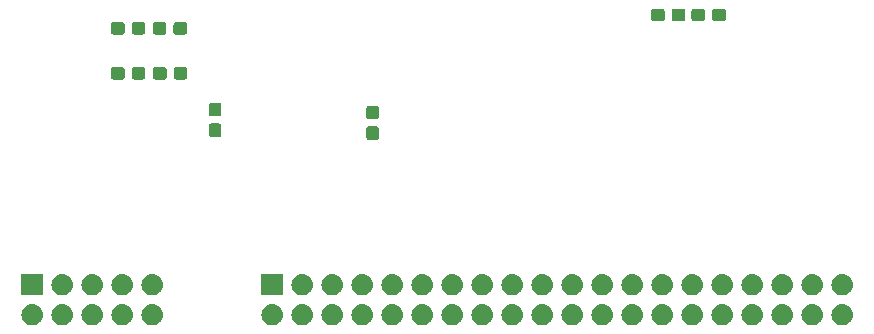
<source format=gbr>
G04 #@! TF.GenerationSoftware,KiCad,Pcbnew,(5.1.2-1)-1*
G04 #@! TF.CreationDate,2019-07-05T02:29:44-07:00*
G04 #@! TF.ProjectId,ram_board,72616d5f-626f-4617-9264-2e6b69636164,rev?*
G04 #@! TF.SameCoordinates,Original*
G04 #@! TF.FileFunction,Soldermask,Bot*
G04 #@! TF.FilePolarity,Negative*
%FSLAX46Y46*%
G04 Gerber Fmt 4.6, Leading zero omitted, Abs format (unit mm)*
G04 Created by KiCad (PCBNEW (5.1.2-1)-1) date 2019-07-05 02:29:44*
%MOMM*%
%LPD*%
G04 APERTURE LIST*
%ADD10C,0.100000*%
G04 APERTURE END LIST*
D10*
G36*
X188451443Y-99308519D02*
G01*
X188517627Y-99315037D01*
X188687466Y-99366557D01*
X188843991Y-99450222D01*
X188879729Y-99479552D01*
X188981186Y-99562814D01*
X189064448Y-99664271D01*
X189093778Y-99700009D01*
X189177443Y-99856534D01*
X189228963Y-100026373D01*
X189246359Y-100203000D01*
X189228963Y-100379627D01*
X189177443Y-100549466D01*
X189093778Y-100705991D01*
X189064448Y-100741729D01*
X188981186Y-100843186D01*
X188879729Y-100926448D01*
X188843991Y-100955778D01*
X188687466Y-101039443D01*
X188517627Y-101090963D01*
X188451443Y-101097481D01*
X188385260Y-101104000D01*
X188296740Y-101104000D01*
X188230557Y-101097481D01*
X188164373Y-101090963D01*
X187994534Y-101039443D01*
X187838009Y-100955778D01*
X187802271Y-100926448D01*
X187700814Y-100843186D01*
X187617552Y-100741729D01*
X187588222Y-100705991D01*
X187504557Y-100549466D01*
X187453037Y-100379627D01*
X187435641Y-100203000D01*
X187453037Y-100026373D01*
X187504557Y-99856534D01*
X187588222Y-99700009D01*
X187617552Y-99664271D01*
X187700814Y-99562814D01*
X187802271Y-99479552D01*
X187838009Y-99450222D01*
X187994534Y-99366557D01*
X188164373Y-99315037D01*
X188230557Y-99308519D01*
X188296740Y-99302000D01*
X188385260Y-99302000D01*
X188451443Y-99308519D01*
X188451443Y-99308519D01*
G37*
G36*
X185911443Y-99308519D02*
G01*
X185977627Y-99315037D01*
X186147466Y-99366557D01*
X186303991Y-99450222D01*
X186339729Y-99479552D01*
X186441186Y-99562814D01*
X186524448Y-99664271D01*
X186553778Y-99700009D01*
X186637443Y-99856534D01*
X186688963Y-100026373D01*
X186706359Y-100203000D01*
X186688963Y-100379627D01*
X186637443Y-100549466D01*
X186553778Y-100705991D01*
X186524448Y-100741729D01*
X186441186Y-100843186D01*
X186339729Y-100926448D01*
X186303991Y-100955778D01*
X186147466Y-101039443D01*
X185977627Y-101090963D01*
X185911443Y-101097481D01*
X185845260Y-101104000D01*
X185756740Y-101104000D01*
X185690557Y-101097481D01*
X185624373Y-101090963D01*
X185454534Y-101039443D01*
X185298009Y-100955778D01*
X185262271Y-100926448D01*
X185160814Y-100843186D01*
X185077552Y-100741729D01*
X185048222Y-100705991D01*
X184964557Y-100549466D01*
X184913037Y-100379627D01*
X184895641Y-100203000D01*
X184913037Y-100026373D01*
X184964557Y-99856534D01*
X185048222Y-99700009D01*
X185077552Y-99664271D01*
X185160814Y-99562814D01*
X185262271Y-99479552D01*
X185298009Y-99450222D01*
X185454534Y-99366557D01*
X185624373Y-99315037D01*
X185690557Y-99308519D01*
X185756740Y-99302000D01*
X185845260Y-99302000D01*
X185911443Y-99308519D01*
X185911443Y-99308519D01*
G37*
G36*
X183371443Y-99308519D02*
G01*
X183437627Y-99315037D01*
X183607466Y-99366557D01*
X183763991Y-99450222D01*
X183799729Y-99479552D01*
X183901186Y-99562814D01*
X183984448Y-99664271D01*
X184013778Y-99700009D01*
X184097443Y-99856534D01*
X184148963Y-100026373D01*
X184166359Y-100203000D01*
X184148963Y-100379627D01*
X184097443Y-100549466D01*
X184013778Y-100705991D01*
X183984448Y-100741729D01*
X183901186Y-100843186D01*
X183799729Y-100926448D01*
X183763991Y-100955778D01*
X183607466Y-101039443D01*
X183437627Y-101090963D01*
X183371443Y-101097481D01*
X183305260Y-101104000D01*
X183216740Y-101104000D01*
X183150557Y-101097481D01*
X183084373Y-101090963D01*
X182914534Y-101039443D01*
X182758009Y-100955778D01*
X182722271Y-100926448D01*
X182620814Y-100843186D01*
X182537552Y-100741729D01*
X182508222Y-100705991D01*
X182424557Y-100549466D01*
X182373037Y-100379627D01*
X182355641Y-100203000D01*
X182373037Y-100026373D01*
X182424557Y-99856534D01*
X182508222Y-99700009D01*
X182537552Y-99664271D01*
X182620814Y-99562814D01*
X182722271Y-99479552D01*
X182758009Y-99450222D01*
X182914534Y-99366557D01*
X183084373Y-99315037D01*
X183150557Y-99308519D01*
X183216740Y-99302000D01*
X183305260Y-99302000D01*
X183371443Y-99308519D01*
X183371443Y-99308519D01*
G37*
G36*
X180831443Y-99308519D02*
G01*
X180897627Y-99315037D01*
X181067466Y-99366557D01*
X181223991Y-99450222D01*
X181259729Y-99479552D01*
X181361186Y-99562814D01*
X181444448Y-99664271D01*
X181473778Y-99700009D01*
X181557443Y-99856534D01*
X181608963Y-100026373D01*
X181626359Y-100203000D01*
X181608963Y-100379627D01*
X181557443Y-100549466D01*
X181473778Y-100705991D01*
X181444448Y-100741729D01*
X181361186Y-100843186D01*
X181259729Y-100926448D01*
X181223991Y-100955778D01*
X181067466Y-101039443D01*
X180897627Y-101090963D01*
X180831443Y-101097481D01*
X180765260Y-101104000D01*
X180676740Y-101104000D01*
X180610557Y-101097481D01*
X180544373Y-101090963D01*
X180374534Y-101039443D01*
X180218009Y-100955778D01*
X180182271Y-100926448D01*
X180080814Y-100843186D01*
X179997552Y-100741729D01*
X179968222Y-100705991D01*
X179884557Y-100549466D01*
X179833037Y-100379627D01*
X179815641Y-100203000D01*
X179833037Y-100026373D01*
X179884557Y-99856534D01*
X179968222Y-99700009D01*
X179997552Y-99664271D01*
X180080814Y-99562814D01*
X180182271Y-99479552D01*
X180218009Y-99450222D01*
X180374534Y-99366557D01*
X180544373Y-99315037D01*
X180610557Y-99308519D01*
X180676740Y-99302000D01*
X180765260Y-99302000D01*
X180831443Y-99308519D01*
X180831443Y-99308519D01*
G37*
G36*
X178291443Y-99308519D02*
G01*
X178357627Y-99315037D01*
X178527466Y-99366557D01*
X178683991Y-99450222D01*
X178719729Y-99479552D01*
X178821186Y-99562814D01*
X178904448Y-99664271D01*
X178933778Y-99700009D01*
X179017443Y-99856534D01*
X179068963Y-100026373D01*
X179086359Y-100203000D01*
X179068963Y-100379627D01*
X179017443Y-100549466D01*
X178933778Y-100705991D01*
X178904448Y-100741729D01*
X178821186Y-100843186D01*
X178719729Y-100926448D01*
X178683991Y-100955778D01*
X178527466Y-101039443D01*
X178357627Y-101090963D01*
X178291443Y-101097481D01*
X178225260Y-101104000D01*
X178136740Y-101104000D01*
X178070557Y-101097481D01*
X178004373Y-101090963D01*
X177834534Y-101039443D01*
X177678009Y-100955778D01*
X177642271Y-100926448D01*
X177540814Y-100843186D01*
X177457552Y-100741729D01*
X177428222Y-100705991D01*
X177344557Y-100549466D01*
X177293037Y-100379627D01*
X177275641Y-100203000D01*
X177293037Y-100026373D01*
X177344557Y-99856534D01*
X177428222Y-99700009D01*
X177457552Y-99664271D01*
X177540814Y-99562814D01*
X177642271Y-99479552D01*
X177678009Y-99450222D01*
X177834534Y-99366557D01*
X178004373Y-99315037D01*
X178070557Y-99308519D01*
X178136740Y-99302000D01*
X178225260Y-99302000D01*
X178291443Y-99308519D01*
X178291443Y-99308519D01*
G37*
G36*
X175751443Y-99308519D02*
G01*
X175817627Y-99315037D01*
X175987466Y-99366557D01*
X176143991Y-99450222D01*
X176179729Y-99479552D01*
X176281186Y-99562814D01*
X176364448Y-99664271D01*
X176393778Y-99700009D01*
X176477443Y-99856534D01*
X176528963Y-100026373D01*
X176546359Y-100203000D01*
X176528963Y-100379627D01*
X176477443Y-100549466D01*
X176393778Y-100705991D01*
X176364448Y-100741729D01*
X176281186Y-100843186D01*
X176179729Y-100926448D01*
X176143991Y-100955778D01*
X175987466Y-101039443D01*
X175817627Y-101090963D01*
X175751443Y-101097481D01*
X175685260Y-101104000D01*
X175596740Y-101104000D01*
X175530557Y-101097481D01*
X175464373Y-101090963D01*
X175294534Y-101039443D01*
X175138009Y-100955778D01*
X175102271Y-100926448D01*
X175000814Y-100843186D01*
X174917552Y-100741729D01*
X174888222Y-100705991D01*
X174804557Y-100549466D01*
X174753037Y-100379627D01*
X174735641Y-100203000D01*
X174753037Y-100026373D01*
X174804557Y-99856534D01*
X174888222Y-99700009D01*
X174917552Y-99664271D01*
X175000814Y-99562814D01*
X175102271Y-99479552D01*
X175138009Y-99450222D01*
X175294534Y-99366557D01*
X175464373Y-99315037D01*
X175530557Y-99308519D01*
X175596740Y-99302000D01*
X175685260Y-99302000D01*
X175751443Y-99308519D01*
X175751443Y-99308519D01*
G37*
G36*
X173211443Y-99308519D02*
G01*
X173277627Y-99315037D01*
X173447466Y-99366557D01*
X173603991Y-99450222D01*
X173639729Y-99479552D01*
X173741186Y-99562814D01*
X173824448Y-99664271D01*
X173853778Y-99700009D01*
X173937443Y-99856534D01*
X173988963Y-100026373D01*
X174006359Y-100203000D01*
X173988963Y-100379627D01*
X173937443Y-100549466D01*
X173853778Y-100705991D01*
X173824448Y-100741729D01*
X173741186Y-100843186D01*
X173639729Y-100926448D01*
X173603991Y-100955778D01*
X173447466Y-101039443D01*
X173277627Y-101090963D01*
X173211443Y-101097481D01*
X173145260Y-101104000D01*
X173056740Y-101104000D01*
X172990557Y-101097481D01*
X172924373Y-101090963D01*
X172754534Y-101039443D01*
X172598009Y-100955778D01*
X172562271Y-100926448D01*
X172460814Y-100843186D01*
X172377552Y-100741729D01*
X172348222Y-100705991D01*
X172264557Y-100549466D01*
X172213037Y-100379627D01*
X172195641Y-100203000D01*
X172213037Y-100026373D01*
X172264557Y-99856534D01*
X172348222Y-99700009D01*
X172377552Y-99664271D01*
X172460814Y-99562814D01*
X172562271Y-99479552D01*
X172598009Y-99450222D01*
X172754534Y-99366557D01*
X172924373Y-99315037D01*
X172990557Y-99308519D01*
X173056740Y-99302000D01*
X173145260Y-99302000D01*
X173211443Y-99308519D01*
X173211443Y-99308519D01*
G37*
G36*
X170671443Y-99308519D02*
G01*
X170737627Y-99315037D01*
X170907466Y-99366557D01*
X171063991Y-99450222D01*
X171099729Y-99479552D01*
X171201186Y-99562814D01*
X171284448Y-99664271D01*
X171313778Y-99700009D01*
X171397443Y-99856534D01*
X171448963Y-100026373D01*
X171466359Y-100203000D01*
X171448963Y-100379627D01*
X171397443Y-100549466D01*
X171313778Y-100705991D01*
X171284448Y-100741729D01*
X171201186Y-100843186D01*
X171099729Y-100926448D01*
X171063991Y-100955778D01*
X170907466Y-101039443D01*
X170737627Y-101090963D01*
X170671443Y-101097481D01*
X170605260Y-101104000D01*
X170516740Y-101104000D01*
X170450557Y-101097481D01*
X170384373Y-101090963D01*
X170214534Y-101039443D01*
X170058009Y-100955778D01*
X170022271Y-100926448D01*
X169920814Y-100843186D01*
X169837552Y-100741729D01*
X169808222Y-100705991D01*
X169724557Y-100549466D01*
X169673037Y-100379627D01*
X169655641Y-100203000D01*
X169673037Y-100026373D01*
X169724557Y-99856534D01*
X169808222Y-99700009D01*
X169837552Y-99664271D01*
X169920814Y-99562814D01*
X170022271Y-99479552D01*
X170058009Y-99450222D01*
X170214534Y-99366557D01*
X170384373Y-99315037D01*
X170450557Y-99308519D01*
X170516740Y-99302000D01*
X170605260Y-99302000D01*
X170671443Y-99308519D01*
X170671443Y-99308519D01*
G37*
G36*
X168131443Y-99308519D02*
G01*
X168197627Y-99315037D01*
X168367466Y-99366557D01*
X168523991Y-99450222D01*
X168559729Y-99479552D01*
X168661186Y-99562814D01*
X168744448Y-99664271D01*
X168773778Y-99700009D01*
X168857443Y-99856534D01*
X168908963Y-100026373D01*
X168926359Y-100203000D01*
X168908963Y-100379627D01*
X168857443Y-100549466D01*
X168773778Y-100705991D01*
X168744448Y-100741729D01*
X168661186Y-100843186D01*
X168559729Y-100926448D01*
X168523991Y-100955778D01*
X168367466Y-101039443D01*
X168197627Y-101090963D01*
X168131443Y-101097481D01*
X168065260Y-101104000D01*
X167976740Y-101104000D01*
X167910557Y-101097481D01*
X167844373Y-101090963D01*
X167674534Y-101039443D01*
X167518009Y-100955778D01*
X167482271Y-100926448D01*
X167380814Y-100843186D01*
X167297552Y-100741729D01*
X167268222Y-100705991D01*
X167184557Y-100549466D01*
X167133037Y-100379627D01*
X167115641Y-100203000D01*
X167133037Y-100026373D01*
X167184557Y-99856534D01*
X167268222Y-99700009D01*
X167297552Y-99664271D01*
X167380814Y-99562814D01*
X167482271Y-99479552D01*
X167518009Y-99450222D01*
X167674534Y-99366557D01*
X167844373Y-99315037D01*
X167910557Y-99308519D01*
X167976740Y-99302000D01*
X168065260Y-99302000D01*
X168131443Y-99308519D01*
X168131443Y-99308519D01*
G37*
G36*
X165591443Y-99308519D02*
G01*
X165657627Y-99315037D01*
X165827466Y-99366557D01*
X165983991Y-99450222D01*
X166019729Y-99479552D01*
X166121186Y-99562814D01*
X166204448Y-99664271D01*
X166233778Y-99700009D01*
X166317443Y-99856534D01*
X166368963Y-100026373D01*
X166386359Y-100203000D01*
X166368963Y-100379627D01*
X166317443Y-100549466D01*
X166233778Y-100705991D01*
X166204448Y-100741729D01*
X166121186Y-100843186D01*
X166019729Y-100926448D01*
X165983991Y-100955778D01*
X165827466Y-101039443D01*
X165657627Y-101090963D01*
X165591443Y-101097481D01*
X165525260Y-101104000D01*
X165436740Y-101104000D01*
X165370557Y-101097481D01*
X165304373Y-101090963D01*
X165134534Y-101039443D01*
X164978009Y-100955778D01*
X164942271Y-100926448D01*
X164840814Y-100843186D01*
X164757552Y-100741729D01*
X164728222Y-100705991D01*
X164644557Y-100549466D01*
X164593037Y-100379627D01*
X164575641Y-100203000D01*
X164593037Y-100026373D01*
X164644557Y-99856534D01*
X164728222Y-99700009D01*
X164757552Y-99664271D01*
X164840814Y-99562814D01*
X164942271Y-99479552D01*
X164978009Y-99450222D01*
X165134534Y-99366557D01*
X165304373Y-99315037D01*
X165370557Y-99308519D01*
X165436740Y-99302000D01*
X165525260Y-99302000D01*
X165591443Y-99308519D01*
X165591443Y-99308519D01*
G37*
G36*
X163051443Y-99308519D02*
G01*
X163117627Y-99315037D01*
X163287466Y-99366557D01*
X163443991Y-99450222D01*
X163479729Y-99479552D01*
X163581186Y-99562814D01*
X163664448Y-99664271D01*
X163693778Y-99700009D01*
X163777443Y-99856534D01*
X163828963Y-100026373D01*
X163846359Y-100203000D01*
X163828963Y-100379627D01*
X163777443Y-100549466D01*
X163693778Y-100705991D01*
X163664448Y-100741729D01*
X163581186Y-100843186D01*
X163479729Y-100926448D01*
X163443991Y-100955778D01*
X163287466Y-101039443D01*
X163117627Y-101090963D01*
X163051443Y-101097481D01*
X162985260Y-101104000D01*
X162896740Y-101104000D01*
X162830557Y-101097481D01*
X162764373Y-101090963D01*
X162594534Y-101039443D01*
X162438009Y-100955778D01*
X162402271Y-100926448D01*
X162300814Y-100843186D01*
X162217552Y-100741729D01*
X162188222Y-100705991D01*
X162104557Y-100549466D01*
X162053037Y-100379627D01*
X162035641Y-100203000D01*
X162053037Y-100026373D01*
X162104557Y-99856534D01*
X162188222Y-99700009D01*
X162217552Y-99664271D01*
X162300814Y-99562814D01*
X162402271Y-99479552D01*
X162438009Y-99450222D01*
X162594534Y-99366557D01*
X162764373Y-99315037D01*
X162830557Y-99308519D01*
X162896740Y-99302000D01*
X162985260Y-99302000D01*
X163051443Y-99308519D01*
X163051443Y-99308519D01*
G37*
G36*
X160511443Y-99308519D02*
G01*
X160577627Y-99315037D01*
X160747466Y-99366557D01*
X160903991Y-99450222D01*
X160939729Y-99479552D01*
X161041186Y-99562814D01*
X161124448Y-99664271D01*
X161153778Y-99700009D01*
X161237443Y-99856534D01*
X161288963Y-100026373D01*
X161306359Y-100203000D01*
X161288963Y-100379627D01*
X161237443Y-100549466D01*
X161153778Y-100705991D01*
X161124448Y-100741729D01*
X161041186Y-100843186D01*
X160939729Y-100926448D01*
X160903991Y-100955778D01*
X160747466Y-101039443D01*
X160577627Y-101090963D01*
X160511443Y-101097481D01*
X160445260Y-101104000D01*
X160356740Y-101104000D01*
X160290557Y-101097481D01*
X160224373Y-101090963D01*
X160054534Y-101039443D01*
X159898009Y-100955778D01*
X159862271Y-100926448D01*
X159760814Y-100843186D01*
X159677552Y-100741729D01*
X159648222Y-100705991D01*
X159564557Y-100549466D01*
X159513037Y-100379627D01*
X159495641Y-100203000D01*
X159513037Y-100026373D01*
X159564557Y-99856534D01*
X159648222Y-99700009D01*
X159677552Y-99664271D01*
X159760814Y-99562814D01*
X159862271Y-99479552D01*
X159898009Y-99450222D01*
X160054534Y-99366557D01*
X160224373Y-99315037D01*
X160290557Y-99308519D01*
X160356740Y-99302000D01*
X160445260Y-99302000D01*
X160511443Y-99308519D01*
X160511443Y-99308519D01*
G37*
G36*
X157971443Y-99308519D02*
G01*
X158037627Y-99315037D01*
X158207466Y-99366557D01*
X158363991Y-99450222D01*
X158399729Y-99479552D01*
X158501186Y-99562814D01*
X158584448Y-99664271D01*
X158613778Y-99700009D01*
X158697443Y-99856534D01*
X158748963Y-100026373D01*
X158766359Y-100203000D01*
X158748963Y-100379627D01*
X158697443Y-100549466D01*
X158613778Y-100705991D01*
X158584448Y-100741729D01*
X158501186Y-100843186D01*
X158399729Y-100926448D01*
X158363991Y-100955778D01*
X158207466Y-101039443D01*
X158037627Y-101090963D01*
X157971443Y-101097481D01*
X157905260Y-101104000D01*
X157816740Y-101104000D01*
X157750557Y-101097481D01*
X157684373Y-101090963D01*
X157514534Y-101039443D01*
X157358009Y-100955778D01*
X157322271Y-100926448D01*
X157220814Y-100843186D01*
X157137552Y-100741729D01*
X157108222Y-100705991D01*
X157024557Y-100549466D01*
X156973037Y-100379627D01*
X156955641Y-100203000D01*
X156973037Y-100026373D01*
X157024557Y-99856534D01*
X157108222Y-99700009D01*
X157137552Y-99664271D01*
X157220814Y-99562814D01*
X157322271Y-99479552D01*
X157358009Y-99450222D01*
X157514534Y-99366557D01*
X157684373Y-99315037D01*
X157750557Y-99308519D01*
X157816740Y-99302000D01*
X157905260Y-99302000D01*
X157971443Y-99308519D01*
X157971443Y-99308519D01*
G37*
G36*
X155431443Y-99308519D02*
G01*
X155497627Y-99315037D01*
X155667466Y-99366557D01*
X155823991Y-99450222D01*
X155859729Y-99479552D01*
X155961186Y-99562814D01*
X156044448Y-99664271D01*
X156073778Y-99700009D01*
X156157443Y-99856534D01*
X156208963Y-100026373D01*
X156226359Y-100203000D01*
X156208963Y-100379627D01*
X156157443Y-100549466D01*
X156073778Y-100705991D01*
X156044448Y-100741729D01*
X155961186Y-100843186D01*
X155859729Y-100926448D01*
X155823991Y-100955778D01*
X155667466Y-101039443D01*
X155497627Y-101090963D01*
X155431443Y-101097481D01*
X155365260Y-101104000D01*
X155276740Y-101104000D01*
X155210557Y-101097481D01*
X155144373Y-101090963D01*
X154974534Y-101039443D01*
X154818009Y-100955778D01*
X154782271Y-100926448D01*
X154680814Y-100843186D01*
X154597552Y-100741729D01*
X154568222Y-100705991D01*
X154484557Y-100549466D01*
X154433037Y-100379627D01*
X154415641Y-100203000D01*
X154433037Y-100026373D01*
X154484557Y-99856534D01*
X154568222Y-99700009D01*
X154597552Y-99664271D01*
X154680814Y-99562814D01*
X154782271Y-99479552D01*
X154818009Y-99450222D01*
X154974534Y-99366557D01*
X155144373Y-99315037D01*
X155210557Y-99308519D01*
X155276740Y-99302000D01*
X155365260Y-99302000D01*
X155431443Y-99308519D01*
X155431443Y-99308519D01*
G37*
G36*
X152891443Y-99308519D02*
G01*
X152957627Y-99315037D01*
X153127466Y-99366557D01*
X153283991Y-99450222D01*
X153319729Y-99479552D01*
X153421186Y-99562814D01*
X153504448Y-99664271D01*
X153533778Y-99700009D01*
X153617443Y-99856534D01*
X153668963Y-100026373D01*
X153686359Y-100203000D01*
X153668963Y-100379627D01*
X153617443Y-100549466D01*
X153533778Y-100705991D01*
X153504448Y-100741729D01*
X153421186Y-100843186D01*
X153319729Y-100926448D01*
X153283991Y-100955778D01*
X153127466Y-101039443D01*
X152957627Y-101090963D01*
X152891443Y-101097481D01*
X152825260Y-101104000D01*
X152736740Y-101104000D01*
X152670557Y-101097481D01*
X152604373Y-101090963D01*
X152434534Y-101039443D01*
X152278009Y-100955778D01*
X152242271Y-100926448D01*
X152140814Y-100843186D01*
X152057552Y-100741729D01*
X152028222Y-100705991D01*
X151944557Y-100549466D01*
X151893037Y-100379627D01*
X151875641Y-100203000D01*
X151893037Y-100026373D01*
X151944557Y-99856534D01*
X152028222Y-99700009D01*
X152057552Y-99664271D01*
X152140814Y-99562814D01*
X152242271Y-99479552D01*
X152278009Y-99450222D01*
X152434534Y-99366557D01*
X152604373Y-99315037D01*
X152670557Y-99308519D01*
X152736740Y-99302000D01*
X152825260Y-99302000D01*
X152891443Y-99308519D01*
X152891443Y-99308519D01*
G37*
G36*
X150351443Y-99308519D02*
G01*
X150417627Y-99315037D01*
X150587466Y-99366557D01*
X150743991Y-99450222D01*
X150779729Y-99479552D01*
X150881186Y-99562814D01*
X150964448Y-99664271D01*
X150993778Y-99700009D01*
X151077443Y-99856534D01*
X151128963Y-100026373D01*
X151146359Y-100203000D01*
X151128963Y-100379627D01*
X151077443Y-100549466D01*
X150993778Y-100705991D01*
X150964448Y-100741729D01*
X150881186Y-100843186D01*
X150779729Y-100926448D01*
X150743991Y-100955778D01*
X150587466Y-101039443D01*
X150417627Y-101090963D01*
X150351443Y-101097481D01*
X150285260Y-101104000D01*
X150196740Y-101104000D01*
X150130557Y-101097481D01*
X150064373Y-101090963D01*
X149894534Y-101039443D01*
X149738009Y-100955778D01*
X149702271Y-100926448D01*
X149600814Y-100843186D01*
X149517552Y-100741729D01*
X149488222Y-100705991D01*
X149404557Y-100549466D01*
X149353037Y-100379627D01*
X149335641Y-100203000D01*
X149353037Y-100026373D01*
X149404557Y-99856534D01*
X149488222Y-99700009D01*
X149517552Y-99664271D01*
X149600814Y-99562814D01*
X149702271Y-99479552D01*
X149738009Y-99450222D01*
X149894534Y-99366557D01*
X150064373Y-99315037D01*
X150130557Y-99308519D01*
X150196740Y-99302000D01*
X150285260Y-99302000D01*
X150351443Y-99308519D01*
X150351443Y-99308519D01*
G37*
G36*
X147811443Y-99308519D02*
G01*
X147877627Y-99315037D01*
X148047466Y-99366557D01*
X148203991Y-99450222D01*
X148239729Y-99479552D01*
X148341186Y-99562814D01*
X148424448Y-99664271D01*
X148453778Y-99700009D01*
X148537443Y-99856534D01*
X148588963Y-100026373D01*
X148606359Y-100203000D01*
X148588963Y-100379627D01*
X148537443Y-100549466D01*
X148453778Y-100705991D01*
X148424448Y-100741729D01*
X148341186Y-100843186D01*
X148239729Y-100926448D01*
X148203991Y-100955778D01*
X148047466Y-101039443D01*
X147877627Y-101090963D01*
X147811443Y-101097481D01*
X147745260Y-101104000D01*
X147656740Y-101104000D01*
X147590557Y-101097481D01*
X147524373Y-101090963D01*
X147354534Y-101039443D01*
X147198009Y-100955778D01*
X147162271Y-100926448D01*
X147060814Y-100843186D01*
X146977552Y-100741729D01*
X146948222Y-100705991D01*
X146864557Y-100549466D01*
X146813037Y-100379627D01*
X146795641Y-100203000D01*
X146813037Y-100026373D01*
X146864557Y-99856534D01*
X146948222Y-99700009D01*
X146977552Y-99664271D01*
X147060814Y-99562814D01*
X147162271Y-99479552D01*
X147198009Y-99450222D01*
X147354534Y-99366557D01*
X147524373Y-99315037D01*
X147590557Y-99308519D01*
X147656740Y-99302000D01*
X147745260Y-99302000D01*
X147811443Y-99308519D01*
X147811443Y-99308519D01*
G37*
G36*
X145271443Y-99308519D02*
G01*
X145337627Y-99315037D01*
X145507466Y-99366557D01*
X145663991Y-99450222D01*
X145699729Y-99479552D01*
X145801186Y-99562814D01*
X145884448Y-99664271D01*
X145913778Y-99700009D01*
X145997443Y-99856534D01*
X146048963Y-100026373D01*
X146066359Y-100203000D01*
X146048963Y-100379627D01*
X145997443Y-100549466D01*
X145913778Y-100705991D01*
X145884448Y-100741729D01*
X145801186Y-100843186D01*
X145699729Y-100926448D01*
X145663991Y-100955778D01*
X145507466Y-101039443D01*
X145337627Y-101090963D01*
X145271443Y-101097481D01*
X145205260Y-101104000D01*
X145116740Y-101104000D01*
X145050557Y-101097481D01*
X144984373Y-101090963D01*
X144814534Y-101039443D01*
X144658009Y-100955778D01*
X144622271Y-100926448D01*
X144520814Y-100843186D01*
X144437552Y-100741729D01*
X144408222Y-100705991D01*
X144324557Y-100549466D01*
X144273037Y-100379627D01*
X144255641Y-100203000D01*
X144273037Y-100026373D01*
X144324557Y-99856534D01*
X144408222Y-99700009D01*
X144437552Y-99664271D01*
X144520814Y-99562814D01*
X144622271Y-99479552D01*
X144658009Y-99450222D01*
X144814534Y-99366557D01*
X144984373Y-99315037D01*
X145050557Y-99308519D01*
X145116740Y-99302000D01*
X145205260Y-99302000D01*
X145271443Y-99308519D01*
X145271443Y-99308519D01*
G37*
G36*
X142731443Y-99308519D02*
G01*
X142797627Y-99315037D01*
X142967466Y-99366557D01*
X143123991Y-99450222D01*
X143159729Y-99479552D01*
X143261186Y-99562814D01*
X143344448Y-99664271D01*
X143373778Y-99700009D01*
X143457443Y-99856534D01*
X143508963Y-100026373D01*
X143526359Y-100203000D01*
X143508963Y-100379627D01*
X143457443Y-100549466D01*
X143373778Y-100705991D01*
X143344448Y-100741729D01*
X143261186Y-100843186D01*
X143159729Y-100926448D01*
X143123991Y-100955778D01*
X142967466Y-101039443D01*
X142797627Y-101090963D01*
X142731443Y-101097481D01*
X142665260Y-101104000D01*
X142576740Y-101104000D01*
X142510557Y-101097481D01*
X142444373Y-101090963D01*
X142274534Y-101039443D01*
X142118009Y-100955778D01*
X142082271Y-100926448D01*
X141980814Y-100843186D01*
X141897552Y-100741729D01*
X141868222Y-100705991D01*
X141784557Y-100549466D01*
X141733037Y-100379627D01*
X141715641Y-100203000D01*
X141733037Y-100026373D01*
X141784557Y-99856534D01*
X141868222Y-99700009D01*
X141897552Y-99664271D01*
X141980814Y-99562814D01*
X142082271Y-99479552D01*
X142118009Y-99450222D01*
X142274534Y-99366557D01*
X142444373Y-99315037D01*
X142510557Y-99308519D01*
X142576740Y-99302000D01*
X142665260Y-99302000D01*
X142731443Y-99308519D01*
X142731443Y-99308519D01*
G37*
G36*
X140191443Y-99308519D02*
G01*
X140257627Y-99315037D01*
X140427466Y-99366557D01*
X140583991Y-99450222D01*
X140619729Y-99479552D01*
X140721186Y-99562814D01*
X140804448Y-99664271D01*
X140833778Y-99700009D01*
X140917443Y-99856534D01*
X140968963Y-100026373D01*
X140986359Y-100203000D01*
X140968963Y-100379627D01*
X140917443Y-100549466D01*
X140833778Y-100705991D01*
X140804448Y-100741729D01*
X140721186Y-100843186D01*
X140619729Y-100926448D01*
X140583991Y-100955778D01*
X140427466Y-101039443D01*
X140257627Y-101090963D01*
X140191443Y-101097481D01*
X140125260Y-101104000D01*
X140036740Y-101104000D01*
X139970557Y-101097481D01*
X139904373Y-101090963D01*
X139734534Y-101039443D01*
X139578009Y-100955778D01*
X139542271Y-100926448D01*
X139440814Y-100843186D01*
X139357552Y-100741729D01*
X139328222Y-100705991D01*
X139244557Y-100549466D01*
X139193037Y-100379627D01*
X139175641Y-100203000D01*
X139193037Y-100026373D01*
X139244557Y-99856534D01*
X139328222Y-99700009D01*
X139357552Y-99664271D01*
X139440814Y-99562814D01*
X139542271Y-99479552D01*
X139578009Y-99450222D01*
X139734534Y-99366557D01*
X139904373Y-99315037D01*
X139970557Y-99308519D01*
X140036740Y-99302000D01*
X140125260Y-99302000D01*
X140191443Y-99308519D01*
X140191443Y-99308519D01*
G37*
G36*
X130031443Y-99308519D02*
G01*
X130097627Y-99315037D01*
X130267466Y-99366557D01*
X130423991Y-99450222D01*
X130459729Y-99479552D01*
X130561186Y-99562814D01*
X130644448Y-99664271D01*
X130673778Y-99700009D01*
X130757443Y-99856534D01*
X130808963Y-100026373D01*
X130826359Y-100203000D01*
X130808963Y-100379627D01*
X130757443Y-100549466D01*
X130673778Y-100705991D01*
X130644448Y-100741729D01*
X130561186Y-100843186D01*
X130459729Y-100926448D01*
X130423991Y-100955778D01*
X130267466Y-101039443D01*
X130097627Y-101090963D01*
X130031443Y-101097481D01*
X129965260Y-101104000D01*
X129876740Y-101104000D01*
X129810557Y-101097481D01*
X129744373Y-101090963D01*
X129574534Y-101039443D01*
X129418009Y-100955778D01*
X129382271Y-100926448D01*
X129280814Y-100843186D01*
X129197552Y-100741729D01*
X129168222Y-100705991D01*
X129084557Y-100549466D01*
X129033037Y-100379627D01*
X129015641Y-100203000D01*
X129033037Y-100026373D01*
X129084557Y-99856534D01*
X129168222Y-99700009D01*
X129197552Y-99664271D01*
X129280814Y-99562814D01*
X129382271Y-99479552D01*
X129418009Y-99450222D01*
X129574534Y-99366557D01*
X129744373Y-99315037D01*
X129810557Y-99308519D01*
X129876740Y-99302000D01*
X129965260Y-99302000D01*
X130031443Y-99308519D01*
X130031443Y-99308519D01*
G37*
G36*
X127491443Y-99308519D02*
G01*
X127557627Y-99315037D01*
X127727466Y-99366557D01*
X127883991Y-99450222D01*
X127919729Y-99479552D01*
X128021186Y-99562814D01*
X128104448Y-99664271D01*
X128133778Y-99700009D01*
X128217443Y-99856534D01*
X128268963Y-100026373D01*
X128286359Y-100203000D01*
X128268963Y-100379627D01*
X128217443Y-100549466D01*
X128133778Y-100705991D01*
X128104448Y-100741729D01*
X128021186Y-100843186D01*
X127919729Y-100926448D01*
X127883991Y-100955778D01*
X127727466Y-101039443D01*
X127557627Y-101090963D01*
X127491443Y-101097481D01*
X127425260Y-101104000D01*
X127336740Y-101104000D01*
X127270557Y-101097481D01*
X127204373Y-101090963D01*
X127034534Y-101039443D01*
X126878009Y-100955778D01*
X126842271Y-100926448D01*
X126740814Y-100843186D01*
X126657552Y-100741729D01*
X126628222Y-100705991D01*
X126544557Y-100549466D01*
X126493037Y-100379627D01*
X126475641Y-100203000D01*
X126493037Y-100026373D01*
X126544557Y-99856534D01*
X126628222Y-99700009D01*
X126657552Y-99664271D01*
X126740814Y-99562814D01*
X126842271Y-99479552D01*
X126878009Y-99450222D01*
X127034534Y-99366557D01*
X127204373Y-99315037D01*
X127270557Y-99308519D01*
X127336740Y-99302000D01*
X127425260Y-99302000D01*
X127491443Y-99308519D01*
X127491443Y-99308519D01*
G37*
G36*
X124951443Y-99308519D02*
G01*
X125017627Y-99315037D01*
X125187466Y-99366557D01*
X125343991Y-99450222D01*
X125379729Y-99479552D01*
X125481186Y-99562814D01*
X125564448Y-99664271D01*
X125593778Y-99700009D01*
X125677443Y-99856534D01*
X125728963Y-100026373D01*
X125746359Y-100203000D01*
X125728963Y-100379627D01*
X125677443Y-100549466D01*
X125593778Y-100705991D01*
X125564448Y-100741729D01*
X125481186Y-100843186D01*
X125379729Y-100926448D01*
X125343991Y-100955778D01*
X125187466Y-101039443D01*
X125017627Y-101090963D01*
X124951443Y-101097481D01*
X124885260Y-101104000D01*
X124796740Y-101104000D01*
X124730557Y-101097481D01*
X124664373Y-101090963D01*
X124494534Y-101039443D01*
X124338009Y-100955778D01*
X124302271Y-100926448D01*
X124200814Y-100843186D01*
X124117552Y-100741729D01*
X124088222Y-100705991D01*
X124004557Y-100549466D01*
X123953037Y-100379627D01*
X123935641Y-100203000D01*
X123953037Y-100026373D01*
X124004557Y-99856534D01*
X124088222Y-99700009D01*
X124117552Y-99664271D01*
X124200814Y-99562814D01*
X124302271Y-99479552D01*
X124338009Y-99450222D01*
X124494534Y-99366557D01*
X124664373Y-99315037D01*
X124730557Y-99308519D01*
X124796740Y-99302000D01*
X124885260Y-99302000D01*
X124951443Y-99308519D01*
X124951443Y-99308519D01*
G37*
G36*
X122411443Y-99308519D02*
G01*
X122477627Y-99315037D01*
X122647466Y-99366557D01*
X122803991Y-99450222D01*
X122839729Y-99479552D01*
X122941186Y-99562814D01*
X123024448Y-99664271D01*
X123053778Y-99700009D01*
X123137443Y-99856534D01*
X123188963Y-100026373D01*
X123206359Y-100203000D01*
X123188963Y-100379627D01*
X123137443Y-100549466D01*
X123053778Y-100705991D01*
X123024448Y-100741729D01*
X122941186Y-100843186D01*
X122839729Y-100926448D01*
X122803991Y-100955778D01*
X122647466Y-101039443D01*
X122477627Y-101090963D01*
X122411443Y-101097481D01*
X122345260Y-101104000D01*
X122256740Y-101104000D01*
X122190557Y-101097481D01*
X122124373Y-101090963D01*
X121954534Y-101039443D01*
X121798009Y-100955778D01*
X121762271Y-100926448D01*
X121660814Y-100843186D01*
X121577552Y-100741729D01*
X121548222Y-100705991D01*
X121464557Y-100549466D01*
X121413037Y-100379627D01*
X121395641Y-100203000D01*
X121413037Y-100026373D01*
X121464557Y-99856534D01*
X121548222Y-99700009D01*
X121577552Y-99664271D01*
X121660814Y-99562814D01*
X121762271Y-99479552D01*
X121798009Y-99450222D01*
X121954534Y-99366557D01*
X122124373Y-99315037D01*
X122190557Y-99308519D01*
X122256740Y-99302000D01*
X122345260Y-99302000D01*
X122411443Y-99308519D01*
X122411443Y-99308519D01*
G37*
G36*
X119871443Y-99308519D02*
G01*
X119937627Y-99315037D01*
X120107466Y-99366557D01*
X120263991Y-99450222D01*
X120299729Y-99479552D01*
X120401186Y-99562814D01*
X120484448Y-99664271D01*
X120513778Y-99700009D01*
X120597443Y-99856534D01*
X120648963Y-100026373D01*
X120666359Y-100203000D01*
X120648963Y-100379627D01*
X120597443Y-100549466D01*
X120513778Y-100705991D01*
X120484448Y-100741729D01*
X120401186Y-100843186D01*
X120299729Y-100926448D01*
X120263991Y-100955778D01*
X120107466Y-101039443D01*
X119937627Y-101090963D01*
X119871443Y-101097481D01*
X119805260Y-101104000D01*
X119716740Y-101104000D01*
X119650557Y-101097481D01*
X119584373Y-101090963D01*
X119414534Y-101039443D01*
X119258009Y-100955778D01*
X119222271Y-100926448D01*
X119120814Y-100843186D01*
X119037552Y-100741729D01*
X119008222Y-100705991D01*
X118924557Y-100549466D01*
X118873037Y-100379627D01*
X118855641Y-100203000D01*
X118873037Y-100026373D01*
X118924557Y-99856534D01*
X119008222Y-99700009D01*
X119037552Y-99664271D01*
X119120814Y-99562814D01*
X119222271Y-99479552D01*
X119258009Y-99450222D01*
X119414534Y-99366557D01*
X119584373Y-99315037D01*
X119650557Y-99308519D01*
X119716740Y-99302000D01*
X119805260Y-99302000D01*
X119871443Y-99308519D01*
X119871443Y-99308519D01*
G37*
G36*
X120662000Y-98564000D02*
G01*
X118860000Y-98564000D01*
X118860000Y-96762000D01*
X120662000Y-96762000D01*
X120662000Y-98564000D01*
X120662000Y-98564000D01*
G37*
G36*
X173211442Y-96768518D02*
G01*
X173277627Y-96775037D01*
X173447466Y-96826557D01*
X173603991Y-96910222D01*
X173639729Y-96939552D01*
X173741186Y-97022814D01*
X173824448Y-97124271D01*
X173853778Y-97160009D01*
X173937443Y-97316534D01*
X173988963Y-97486373D01*
X174006359Y-97663000D01*
X173988963Y-97839627D01*
X173937443Y-98009466D01*
X173853778Y-98165991D01*
X173824448Y-98201729D01*
X173741186Y-98303186D01*
X173639729Y-98386448D01*
X173603991Y-98415778D01*
X173447466Y-98499443D01*
X173277627Y-98550963D01*
X173211442Y-98557482D01*
X173145260Y-98564000D01*
X173056740Y-98564000D01*
X172990558Y-98557482D01*
X172924373Y-98550963D01*
X172754534Y-98499443D01*
X172598009Y-98415778D01*
X172562271Y-98386448D01*
X172460814Y-98303186D01*
X172377552Y-98201729D01*
X172348222Y-98165991D01*
X172264557Y-98009466D01*
X172213037Y-97839627D01*
X172195641Y-97663000D01*
X172213037Y-97486373D01*
X172264557Y-97316534D01*
X172348222Y-97160009D01*
X172377552Y-97124271D01*
X172460814Y-97022814D01*
X172562271Y-96939552D01*
X172598009Y-96910222D01*
X172754534Y-96826557D01*
X172924373Y-96775037D01*
X172990558Y-96768518D01*
X173056740Y-96762000D01*
X173145260Y-96762000D01*
X173211442Y-96768518D01*
X173211442Y-96768518D01*
G37*
G36*
X188451442Y-96768518D02*
G01*
X188517627Y-96775037D01*
X188687466Y-96826557D01*
X188843991Y-96910222D01*
X188879729Y-96939552D01*
X188981186Y-97022814D01*
X189064448Y-97124271D01*
X189093778Y-97160009D01*
X189177443Y-97316534D01*
X189228963Y-97486373D01*
X189246359Y-97663000D01*
X189228963Y-97839627D01*
X189177443Y-98009466D01*
X189093778Y-98165991D01*
X189064448Y-98201729D01*
X188981186Y-98303186D01*
X188879729Y-98386448D01*
X188843991Y-98415778D01*
X188687466Y-98499443D01*
X188517627Y-98550963D01*
X188451442Y-98557482D01*
X188385260Y-98564000D01*
X188296740Y-98564000D01*
X188230558Y-98557482D01*
X188164373Y-98550963D01*
X187994534Y-98499443D01*
X187838009Y-98415778D01*
X187802271Y-98386448D01*
X187700814Y-98303186D01*
X187617552Y-98201729D01*
X187588222Y-98165991D01*
X187504557Y-98009466D01*
X187453037Y-97839627D01*
X187435641Y-97663000D01*
X187453037Y-97486373D01*
X187504557Y-97316534D01*
X187588222Y-97160009D01*
X187617552Y-97124271D01*
X187700814Y-97022814D01*
X187802271Y-96939552D01*
X187838009Y-96910222D01*
X187994534Y-96826557D01*
X188164373Y-96775037D01*
X188230558Y-96768518D01*
X188296740Y-96762000D01*
X188385260Y-96762000D01*
X188451442Y-96768518D01*
X188451442Y-96768518D01*
G37*
G36*
X122411442Y-96768518D02*
G01*
X122477627Y-96775037D01*
X122647466Y-96826557D01*
X122803991Y-96910222D01*
X122839729Y-96939552D01*
X122941186Y-97022814D01*
X123024448Y-97124271D01*
X123053778Y-97160009D01*
X123137443Y-97316534D01*
X123188963Y-97486373D01*
X123206359Y-97663000D01*
X123188963Y-97839627D01*
X123137443Y-98009466D01*
X123053778Y-98165991D01*
X123024448Y-98201729D01*
X122941186Y-98303186D01*
X122839729Y-98386448D01*
X122803991Y-98415778D01*
X122647466Y-98499443D01*
X122477627Y-98550963D01*
X122411442Y-98557482D01*
X122345260Y-98564000D01*
X122256740Y-98564000D01*
X122190558Y-98557482D01*
X122124373Y-98550963D01*
X121954534Y-98499443D01*
X121798009Y-98415778D01*
X121762271Y-98386448D01*
X121660814Y-98303186D01*
X121577552Y-98201729D01*
X121548222Y-98165991D01*
X121464557Y-98009466D01*
X121413037Y-97839627D01*
X121395641Y-97663000D01*
X121413037Y-97486373D01*
X121464557Y-97316534D01*
X121548222Y-97160009D01*
X121577552Y-97124271D01*
X121660814Y-97022814D01*
X121762271Y-96939552D01*
X121798009Y-96910222D01*
X121954534Y-96826557D01*
X122124373Y-96775037D01*
X122190558Y-96768518D01*
X122256740Y-96762000D01*
X122345260Y-96762000D01*
X122411442Y-96768518D01*
X122411442Y-96768518D01*
G37*
G36*
X185911442Y-96768518D02*
G01*
X185977627Y-96775037D01*
X186147466Y-96826557D01*
X186303991Y-96910222D01*
X186339729Y-96939552D01*
X186441186Y-97022814D01*
X186524448Y-97124271D01*
X186553778Y-97160009D01*
X186637443Y-97316534D01*
X186688963Y-97486373D01*
X186706359Y-97663000D01*
X186688963Y-97839627D01*
X186637443Y-98009466D01*
X186553778Y-98165991D01*
X186524448Y-98201729D01*
X186441186Y-98303186D01*
X186339729Y-98386448D01*
X186303991Y-98415778D01*
X186147466Y-98499443D01*
X185977627Y-98550963D01*
X185911442Y-98557482D01*
X185845260Y-98564000D01*
X185756740Y-98564000D01*
X185690558Y-98557482D01*
X185624373Y-98550963D01*
X185454534Y-98499443D01*
X185298009Y-98415778D01*
X185262271Y-98386448D01*
X185160814Y-98303186D01*
X185077552Y-98201729D01*
X185048222Y-98165991D01*
X184964557Y-98009466D01*
X184913037Y-97839627D01*
X184895641Y-97663000D01*
X184913037Y-97486373D01*
X184964557Y-97316534D01*
X185048222Y-97160009D01*
X185077552Y-97124271D01*
X185160814Y-97022814D01*
X185262271Y-96939552D01*
X185298009Y-96910222D01*
X185454534Y-96826557D01*
X185624373Y-96775037D01*
X185690558Y-96768518D01*
X185756740Y-96762000D01*
X185845260Y-96762000D01*
X185911442Y-96768518D01*
X185911442Y-96768518D01*
G37*
G36*
X124951442Y-96768518D02*
G01*
X125017627Y-96775037D01*
X125187466Y-96826557D01*
X125343991Y-96910222D01*
X125379729Y-96939552D01*
X125481186Y-97022814D01*
X125564448Y-97124271D01*
X125593778Y-97160009D01*
X125677443Y-97316534D01*
X125728963Y-97486373D01*
X125746359Y-97663000D01*
X125728963Y-97839627D01*
X125677443Y-98009466D01*
X125593778Y-98165991D01*
X125564448Y-98201729D01*
X125481186Y-98303186D01*
X125379729Y-98386448D01*
X125343991Y-98415778D01*
X125187466Y-98499443D01*
X125017627Y-98550963D01*
X124951442Y-98557482D01*
X124885260Y-98564000D01*
X124796740Y-98564000D01*
X124730558Y-98557482D01*
X124664373Y-98550963D01*
X124494534Y-98499443D01*
X124338009Y-98415778D01*
X124302271Y-98386448D01*
X124200814Y-98303186D01*
X124117552Y-98201729D01*
X124088222Y-98165991D01*
X124004557Y-98009466D01*
X123953037Y-97839627D01*
X123935641Y-97663000D01*
X123953037Y-97486373D01*
X124004557Y-97316534D01*
X124088222Y-97160009D01*
X124117552Y-97124271D01*
X124200814Y-97022814D01*
X124302271Y-96939552D01*
X124338009Y-96910222D01*
X124494534Y-96826557D01*
X124664373Y-96775037D01*
X124730558Y-96768518D01*
X124796740Y-96762000D01*
X124885260Y-96762000D01*
X124951442Y-96768518D01*
X124951442Y-96768518D01*
G37*
G36*
X183371442Y-96768518D02*
G01*
X183437627Y-96775037D01*
X183607466Y-96826557D01*
X183763991Y-96910222D01*
X183799729Y-96939552D01*
X183901186Y-97022814D01*
X183984448Y-97124271D01*
X184013778Y-97160009D01*
X184097443Y-97316534D01*
X184148963Y-97486373D01*
X184166359Y-97663000D01*
X184148963Y-97839627D01*
X184097443Y-98009466D01*
X184013778Y-98165991D01*
X183984448Y-98201729D01*
X183901186Y-98303186D01*
X183799729Y-98386448D01*
X183763991Y-98415778D01*
X183607466Y-98499443D01*
X183437627Y-98550963D01*
X183371442Y-98557482D01*
X183305260Y-98564000D01*
X183216740Y-98564000D01*
X183150558Y-98557482D01*
X183084373Y-98550963D01*
X182914534Y-98499443D01*
X182758009Y-98415778D01*
X182722271Y-98386448D01*
X182620814Y-98303186D01*
X182537552Y-98201729D01*
X182508222Y-98165991D01*
X182424557Y-98009466D01*
X182373037Y-97839627D01*
X182355641Y-97663000D01*
X182373037Y-97486373D01*
X182424557Y-97316534D01*
X182508222Y-97160009D01*
X182537552Y-97124271D01*
X182620814Y-97022814D01*
X182722271Y-96939552D01*
X182758009Y-96910222D01*
X182914534Y-96826557D01*
X183084373Y-96775037D01*
X183150558Y-96768518D01*
X183216740Y-96762000D01*
X183305260Y-96762000D01*
X183371442Y-96768518D01*
X183371442Y-96768518D01*
G37*
G36*
X127491442Y-96768518D02*
G01*
X127557627Y-96775037D01*
X127727466Y-96826557D01*
X127883991Y-96910222D01*
X127919729Y-96939552D01*
X128021186Y-97022814D01*
X128104448Y-97124271D01*
X128133778Y-97160009D01*
X128217443Y-97316534D01*
X128268963Y-97486373D01*
X128286359Y-97663000D01*
X128268963Y-97839627D01*
X128217443Y-98009466D01*
X128133778Y-98165991D01*
X128104448Y-98201729D01*
X128021186Y-98303186D01*
X127919729Y-98386448D01*
X127883991Y-98415778D01*
X127727466Y-98499443D01*
X127557627Y-98550963D01*
X127491442Y-98557482D01*
X127425260Y-98564000D01*
X127336740Y-98564000D01*
X127270558Y-98557482D01*
X127204373Y-98550963D01*
X127034534Y-98499443D01*
X126878009Y-98415778D01*
X126842271Y-98386448D01*
X126740814Y-98303186D01*
X126657552Y-98201729D01*
X126628222Y-98165991D01*
X126544557Y-98009466D01*
X126493037Y-97839627D01*
X126475641Y-97663000D01*
X126493037Y-97486373D01*
X126544557Y-97316534D01*
X126628222Y-97160009D01*
X126657552Y-97124271D01*
X126740814Y-97022814D01*
X126842271Y-96939552D01*
X126878009Y-96910222D01*
X127034534Y-96826557D01*
X127204373Y-96775037D01*
X127270558Y-96768518D01*
X127336740Y-96762000D01*
X127425260Y-96762000D01*
X127491442Y-96768518D01*
X127491442Y-96768518D01*
G37*
G36*
X180831442Y-96768518D02*
G01*
X180897627Y-96775037D01*
X181067466Y-96826557D01*
X181223991Y-96910222D01*
X181259729Y-96939552D01*
X181361186Y-97022814D01*
X181444448Y-97124271D01*
X181473778Y-97160009D01*
X181557443Y-97316534D01*
X181608963Y-97486373D01*
X181626359Y-97663000D01*
X181608963Y-97839627D01*
X181557443Y-98009466D01*
X181473778Y-98165991D01*
X181444448Y-98201729D01*
X181361186Y-98303186D01*
X181259729Y-98386448D01*
X181223991Y-98415778D01*
X181067466Y-98499443D01*
X180897627Y-98550963D01*
X180831442Y-98557482D01*
X180765260Y-98564000D01*
X180676740Y-98564000D01*
X180610558Y-98557482D01*
X180544373Y-98550963D01*
X180374534Y-98499443D01*
X180218009Y-98415778D01*
X180182271Y-98386448D01*
X180080814Y-98303186D01*
X179997552Y-98201729D01*
X179968222Y-98165991D01*
X179884557Y-98009466D01*
X179833037Y-97839627D01*
X179815641Y-97663000D01*
X179833037Y-97486373D01*
X179884557Y-97316534D01*
X179968222Y-97160009D01*
X179997552Y-97124271D01*
X180080814Y-97022814D01*
X180182271Y-96939552D01*
X180218009Y-96910222D01*
X180374534Y-96826557D01*
X180544373Y-96775037D01*
X180610558Y-96768518D01*
X180676740Y-96762000D01*
X180765260Y-96762000D01*
X180831442Y-96768518D01*
X180831442Y-96768518D01*
G37*
G36*
X130031442Y-96768518D02*
G01*
X130097627Y-96775037D01*
X130267466Y-96826557D01*
X130423991Y-96910222D01*
X130459729Y-96939552D01*
X130561186Y-97022814D01*
X130644448Y-97124271D01*
X130673778Y-97160009D01*
X130757443Y-97316534D01*
X130808963Y-97486373D01*
X130826359Y-97663000D01*
X130808963Y-97839627D01*
X130757443Y-98009466D01*
X130673778Y-98165991D01*
X130644448Y-98201729D01*
X130561186Y-98303186D01*
X130459729Y-98386448D01*
X130423991Y-98415778D01*
X130267466Y-98499443D01*
X130097627Y-98550963D01*
X130031442Y-98557482D01*
X129965260Y-98564000D01*
X129876740Y-98564000D01*
X129810558Y-98557482D01*
X129744373Y-98550963D01*
X129574534Y-98499443D01*
X129418009Y-98415778D01*
X129382271Y-98386448D01*
X129280814Y-98303186D01*
X129197552Y-98201729D01*
X129168222Y-98165991D01*
X129084557Y-98009466D01*
X129033037Y-97839627D01*
X129015641Y-97663000D01*
X129033037Y-97486373D01*
X129084557Y-97316534D01*
X129168222Y-97160009D01*
X129197552Y-97124271D01*
X129280814Y-97022814D01*
X129382271Y-96939552D01*
X129418009Y-96910222D01*
X129574534Y-96826557D01*
X129744373Y-96775037D01*
X129810558Y-96768518D01*
X129876740Y-96762000D01*
X129965260Y-96762000D01*
X130031442Y-96768518D01*
X130031442Y-96768518D01*
G37*
G36*
X178291442Y-96768518D02*
G01*
X178357627Y-96775037D01*
X178527466Y-96826557D01*
X178683991Y-96910222D01*
X178719729Y-96939552D01*
X178821186Y-97022814D01*
X178904448Y-97124271D01*
X178933778Y-97160009D01*
X179017443Y-97316534D01*
X179068963Y-97486373D01*
X179086359Y-97663000D01*
X179068963Y-97839627D01*
X179017443Y-98009466D01*
X178933778Y-98165991D01*
X178904448Y-98201729D01*
X178821186Y-98303186D01*
X178719729Y-98386448D01*
X178683991Y-98415778D01*
X178527466Y-98499443D01*
X178357627Y-98550963D01*
X178291442Y-98557482D01*
X178225260Y-98564000D01*
X178136740Y-98564000D01*
X178070558Y-98557482D01*
X178004373Y-98550963D01*
X177834534Y-98499443D01*
X177678009Y-98415778D01*
X177642271Y-98386448D01*
X177540814Y-98303186D01*
X177457552Y-98201729D01*
X177428222Y-98165991D01*
X177344557Y-98009466D01*
X177293037Y-97839627D01*
X177275641Y-97663000D01*
X177293037Y-97486373D01*
X177344557Y-97316534D01*
X177428222Y-97160009D01*
X177457552Y-97124271D01*
X177540814Y-97022814D01*
X177642271Y-96939552D01*
X177678009Y-96910222D01*
X177834534Y-96826557D01*
X178004373Y-96775037D01*
X178070558Y-96768518D01*
X178136740Y-96762000D01*
X178225260Y-96762000D01*
X178291442Y-96768518D01*
X178291442Y-96768518D01*
G37*
G36*
X140982000Y-98564000D02*
G01*
X139180000Y-98564000D01*
X139180000Y-96762000D01*
X140982000Y-96762000D01*
X140982000Y-98564000D01*
X140982000Y-98564000D01*
G37*
G36*
X175751442Y-96768518D02*
G01*
X175817627Y-96775037D01*
X175987466Y-96826557D01*
X176143991Y-96910222D01*
X176179729Y-96939552D01*
X176281186Y-97022814D01*
X176364448Y-97124271D01*
X176393778Y-97160009D01*
X176477443Y-97316534D01*
X176528963Y-97486373D01*
X176546359Y-97663000D01*
X176528963Y-97839627D01*
X176477443Y-98009466D01*
X176393778Y-98165991D01*
X176364448Y-98201729D01*
X176281186Y-98303186D01*
X176179729Y-98386448D01*
X176143991Y-98415778D01*
X175987466Y-98499443D01*
X175817627Y-98550963D01*
X175751442Y-98557482D01*
X175685260Y-98564000D01*
X175596740Y-98564000D01*
X175530558Y-98557482D01*
X175464373Y-98550963D01*
X175294534Y-98499443D01*
X175138009Y-98415778D01*
X175102271Y-98386448D01*
X175000814Y-98303186D01*
X174917552Y-98201729D01*
X174888222Y-98165991D01*
X174804557Y-98009466D01*
X174753037Y-97839627D01*
X174735641Y-97663000D01*
X174753037Y-97486373D01*
X174804557Y-97316534D01*
X174888222Y-97160009D01*
X174917552Y-97124271D01*
X175000814Y-97022814D01*
X175102271Y-96939552D01*
X175138009Y-96910222D01*
X175294534Y-96826557D01*
X175464373Y-96775037D01*
X175530558Y-96768518D01*
X175596740Y-96762000D01*
X175685260Y-96762000D01*
X175751442Y-96768518D01*
X175751442Y-96768518D01*
G37*
G36*
X142731442Y-96768518D02*
G01*
X142797627Y-96775037D01*
X142967466Y-96826557D01*
X143123991Y-96910222D01*
X143159729Y-96939552D01*
X143261186Y-97022814D01*
X143344448Y-97124271D01*
X143373778Y-97160009D01*
X143457443Y-97316534D01*
X143508963Y-97486373D01*
X143526359Y-97663000D01*
X143508963Y-97839627D01*
X143457443Y-98009466D01*
X143373778Y-98165991D01*
X143344448Y-98201729D01*
X143261186Y-98303186D01*
X143159729Y-98386448D01*
X143123991Y-98415778D01*
X142967466Y-98499443D01*
X142797627Y-98550963D01*
X142731442Y-98557482D01*
X142665260Y-98564000D01*
X142576740Y-98564000D01*
X142510558Y-98557482D01*
X142444373Y-98550963D01*
X142274534Y-98499443D01*
X142118009Y-98415778D01*
X142082271Y-98386448D01*
X141980814Y-98303186D01*
X141897552Y-98201729D01*
X141868222Y-98165991D01*
X141784557Y-98009466D01*
X141733037Y-97839627D01*
X141715641Y-97663000D01*
X141733037Y-97486373D01*
X141784557Y-97316534D01*
X141868222Y-97160009D01*
X141897552Y-97124271D01*
X141980814Y-97022814D01*
X142082271Y-96939552D01*
X142118009Y-96910222D01*
X142274534Y-96826557D01*
X142444373Y-96775037D01*
X142510558Y-96768518D01*
X142576740Y-96762000D01*
X142665260Y-96762000D01*
X142731442Y-96768518D01*
X142731442Y-96768518D01*
G37*
G36*
X145271442Y-96768518D02*
G01*
X145337627Y-96775037D01*
X145507466Y-96826557D01*
X145663991Y-96910222D01*
X145699729Y-96939552D01*
X145801186Y-97022814D01*
X145884448Y-97124271D01*
X145913778Y-97160009D01*
X145997443Y-97316534D01*
X146048963Y-97486373D01*
X146066359Y-97663000D01*
X146048963Y-97839627D01*
X145997443Y-98009466D01*
X145913778Y-98165991D01*
X145884448Y-98201729D01*
X145801186Y-98303186D01*
X145699729Y-98386448D01*
X145663991Y-98415778D01*
X145507466Y-98499443D01*
X145337627Y-98550963D01*
X145271442Y-98557482D01*
X145205260Y-98564000D01*
X145116740Y-98564000D01*
X145050558Y-98557482D01*
X144984373Y-98550963D01*
X144814534Y-98499443D01*
X144658009Y-98415778D01*
X144622271Y-98386448D01*
X144520814Y-98303186D01*
X144437552Y-98201729D01*
X144408222Y-98165991D01*
X144324557Y-98009466D01*
X144273037Y-97839627D01*
X144255641Y-97663000D01*
X144273037Y-97486373D01*
X144324557Y-97316534D01*
X144408222Y-97160009D01*
X144437552Y-97124271D01*
X144520814Y-97022814D01*
X144622271Y-96939552D01*
X144658009Y-96910222D01*
X144814534Y-96826557D01*
X144984373Y-96775037D01*
X145050558Y-96768518D01*
X145116740Y-96762000D01*
X145205260Y-96762000D01*
X145271442Y-96768518D01*
X145271442Y-96768518D01*
G37*
G36*
X155431442Y-96768518D02*
G01*
X155497627Y-96775037D01*
X155667466Y-96826557D01*
X155823991Y-96910222D01*
X155859729Y-96939552D01*
X155961186Y-97022814D01*
X156044448Y-97124271D01*
X156073778Y-97160009D01*
X156157443Y-97316534D01*
X156208963Y-97486373D01*
X156226359Y-97663000D01*
X156208963Y-97839627D01*
X156157443Y-98009466D01*
X156073778Y-98165991D01*
X156044448Y-98201729D01*
X155961186Y-98303186D01*
X155859729Y-98386448D01*
X155823991Y-98415778D01*
X155667466Y-98499443D01*
X155497627Y-98550963D01*
X155431442Y-98557482D01*
X155365260Y-98564000D01*
X155276740Y-98564000D01*
X155210558Y-98557482D01*
X155144373Y-98550963D01*
X154974534Y-98499443D01*
X154818009Y-98415778D01*
X154782271Y-98386448D01*
X154680814Y-98303186D01*
X154597552Y-98201729D01*
X154568222Y-98165991D01*
X154484557Y-98009466D01*
X154433037Y-97839627D01*
X154415641Y-97663000D01*
X154433037Y-97486373D01*
X154484557Y-97316534D01*
X154568222Y-97160009D01*
X154597552Y-97124271D01*
X154680814Y-97022814D01*
X154782271Y-96939552D01*
X154818009Y-96910222D01*
X154974534Y-96826557D01*
X155144373Y-96775037D01*
X155210558Y-96768518D01*
X155276740Y-96762000D01*
X155365260Y-96762000D01*
X155431442Y-96768518D01*
X155431442Y-96768518D01*
G37*
G36*
X170671442Y-96768518D02*
G01*
X170737627Y-96775037D01*
X170907466Y-96826557D01*
X171063991Y-96910222D01*
X171099729Y-96939552D01*
X171201186Y-97022814D01*
X171284448Y-97124271D01*
X171313778Y-97160009D01*
X171397443Y-97316534D01*
X171448963Y-97486373D01*
X171466359Y-97663000D01*
X171448963Y-97839627D01*
X171397443Y-98009466D01*
X171313778Y-98165991D01*
X171284448Y-98201729D01*
X171201186Y-98303186D01*
X171099729Y-98386448D01*
X171063991Y-98415778D01*
X170907466Y-98499443D01*
X170737627Y-98550963D01*
X170671442Y-98557482D01*
X170605260Y-98564000D01*
X170516740Y-98564000D01*
X170450558Y-98557482D01*
X170384373Y-98550963D01*
X170214534Y-98499443D01*
X170058009Y-98415778D01*
X170022271Y-98386448D01*
X169920814Y-98303186D01*
X169837552Y-98201729D01*
X169808222Y-98165991D01*
X169724557Y-98009466D01*
X169673037Y-97839627D01*
X169655641Y-97663000D01*
X169673037Y-97486373D01*
X169724557Y-97316534D01*
X169808222Y-97160009D01*
X169837552Y-97124271D01*
X169920814Y-97022814D01*
X170022271Y-96939552D01*
X170058009Y-96910222D01*
X170214534Y-96826557D01*
X170384373Y-96775037D01*
X170450558Y-96768518D01*
X170516740Y-96762000D01*
X170605260Y-96762000D01*
X170671442Y-96768518D01*
X170671442Y-96768518D01*
G37*
G36*
X147811442Y-96768518D02*
G01*
X147877627Y-96775037D01*
X148047466Y-96826557D01*
X148203991Y-96910222D01*
X148239729Y-96939552D01*
X148341186Y-97022814D01*
X148424448Y-97124271D01*
X148453778Y-97160009D01*
X148537443Y-97316534D01*
X148588963Y-97486373D01*
X148606359Y-97663000D01*
X148588963Y-97839627D01*
X148537443Y-98009466D01*
X148453778Y-98165991D01*
X148424448Y-98201729D01*
X148341186Y-98303186D01*
X148239729Y-98386448D01*
X148203991Y-98415778D01*
X148047466Y-98499443D01*
X147877627Y-98550963D01*
X147811442Y-98557482D01*
X147745260Y-98564000D01*
X147656740Y-98564000D01*
X147590558Y-98557482D01*
X147524373Y-98550963D01*
X147354534Y-98499443D01*
X147198009Y-98415778D01*
X147162271Y-98386448D01*
X147060814Y-98303186D01*
X146977552Y-98201729D01*
X146948222Y-98165991D01*
X146864557Y-98009466D01*
X146813037Y-97839627D01*
X146795641Y-97663000D01*
X146813037Y-97486373D01*
X146864557Y-97316534D01*
X146948222Y-97160009D01*
X146977552Y-97124271D01*
X147060814Y-97022814D01*
X147162271Y-96939552D01*
X147198009Y-96910222D01*
X147354534Y-96826557D01*
X147524373Y-96775037D01*
X147590558Y-96768518D01*
X147656740Y-96762000D01*
X147745260Y-96762000D01*
X147811442Y-96768518D01*
X147811442Y-96768518D01*
G37*
G36*
X168131442Y-96768518D02*
G01*
X168197627Y-96775037D01*
X168367466Y-96826557D01*
X168523991Y-96910222D01*
X168559729Y-96939552D01*
X168661186Y-97022814D01*
X168744448Y-97124271D01*
X168773778Y-97160009D01*
X168857443Y-97316534D01*
X168908963Y-97486373D01*
X168926359Y-97663000D01*
X168908963Y-97839627D01*
X168857443Y-98009466D01*
X168773778Y-98165991D01*
X168744448Y-98201729D01*
X168661186Y-98303186D01*
X168559729Y-98386448D01*
X168523991Y-98415778D01*
X168367466Y-98499443D01*
X168197627Y-98550963D01*
X168131442Y-98557482D01*
X168065260Y-98564000D01*
X167976740Y-98564000D01*
X167910558Y-98557482D01*
X167844373Y-98550963D01*
X167674534Y-98499443D01*
X167518009Y-98415778D01*
X167482271Y-98386448D01*
X167380814Y-98303186D01*
X167297552Y-98201729D01*
X167268222Y-98165991D01*
X167184557Y-98009466D01*
X167133037Y-97839627D01*
X167115641Y-97663000D01*
X167133037Y-97486373D01*
X167184557Y-97316534D01*
X167268222Y-97160009D01*
X167297552Y-97124271D01*
X167380814Y-97022814D01*
X167482271Y-96939552D01*
X167518009Y-96910222D01*
X167674534Y-96826557D01*
X167844373Y-96775037D01*
X167910558Y-96768518D01*
X167976740Y-96762000D01*
X168065260Y-96762000D01*
X168131442Y-96768518D01*
X168131442Y-96768518D01*
G37*
G36*
X150351442Y-96768518D02*
G01*
X150417627Y-96775037D01*
X150587466Y-96826557D01*
X150743991Y-96910222D01*
X150779729Y-96939552D01*
X150881186Y-97022814D01*
X150964448Y-97124271D01*
X150993778Y-97160009D01*
X151077443Y-97316534D01*
X151128963Y-97486373D01*
X151146359Y-97663000D01*
X151128963Y-97839627D01*
X151077443Y-98009466D01*
X150993778Y-98165991D01*
X150964448Y-98201729D01*
X150881186Y-98303186D01*
X150779729Y-98386448D01*
X150743991Y-98415778D01*
X150587466Y-98499443D01*
X150417627Y-98550963D01*
X150351442Y-98557482D01*
X150285260Y-98564000D01*
X150196740Y-98564000D01*
X150130558Y-98557482D01*
X150064373Y-98550963D01*
X149894534Y-98499443D01*
X149738009Y-98415778D01*
X149702271Y-98386448D01*
X149600814Y-98303186D01*
X149517552Y-98201729D01*
X149488222Y-98165991D01*
X149404557Y-98009466D01*
X149353037Y-97839627D01*
X149335641Y-97663000D01*
X149353037Y-97486373D01*
X149404557Y-97316534D01*
X149488222Y-97160009D01*
X149517552Y-97124271D01*
X149600814Y-97022814D01*
X149702271Y-96939552D01*
X149738009Y-96910222D01*
X149894534Y-96826557D01*
X150064373Y-96775037D01*
X150130558Y-96768518D01*
X150196740Y-96762000D01*
X150285260Y-96762000D01*
X150351442Y-96768518D01*
X150351442Y-96768518D01*
G37*
G36*
X165591442Y-96768518D02*
G01*
X165657627Y-96775037D01*
X165827466Y-96826557D01*
X165983991Y-96910222D01*
X166019729Y-96939552D01*
X166121186Y-97022814D01*
X166204448Y-97124271D01*
X166233778Y-97160009D01*
X166317443Y-97316534D01*
X166368963Y-97486373D01*
X166386359Y-97663000D01*
X166368963Y-97839627D01*
X166317443Y-98009466D01*
X166233778Y-98165991D01*
X166204448Y-98201729D01*
X166121186Y-98303186D01*
X166019729Y-98386448D01*
X165983991Y-98415778D01*
X165827466Y-98499443D01*
X165657627Y-98550963D01*
X165591442Y-98557482D01*
X165525260Y-98564000D01*
X165436740Y-98564000D01*
X165370558Y-98557482D01*
X165304373Y-98550963D01*
X165134534Y-98499443D01*
X164978009Y-98415778D01*
X164942271Y-98386448D01*
X164840814Y-98303186D01*
X164757552Y-98201729D01*
X164728222Y-98165991D01*
X164644557Y-98009466D01*
X164593037Y-97839627D01*
X164575641Y-97663000D01*
X164593037Y-97486373D01*
X164644557Y-97316534D01*
X164728222Y-97160009D01*
X164757552Y-97124271D01*
X164840814Y-97022814D01*
X164942271Y-96939552D01*
X164978009Y-96910222D01*
X165134534Y-96826557D01*
X165304373Y-96775037D01*
X165370558Y-96768518D01*
X165436740Y-96762000D01*
X165525260Y-96762000D01*
X165591442Y-96768518D01*
X165591442Y-96768518D01*
G37*
G36*
X152891442Y-96768518D02*
G01*
X152957627Y-96775037D01*
X153127466Y-96826557D01*
X153283991Y-96910222D01*
X153319729Y-96939552D01*
X153421186Y-97022814D01*
X153504448Y-97124271D01*
X153533778Y-97160009D01*
X153617443Y-97316534D01*
X153668963Y-97486373D01*
X153686359Y-97663000D01*
X153668963Y-97839627D01*
X153617443Y-98009466D01*
X153533778Y-98165991D01*
X153504448Y-98201729D01*
X153421186Y-98303186D01*
X153319729Y-98386448D01*
X153283991Y-98415778D01*
X153127466Y-98499443D01*
X152957627Y-98550963D01*
X152891442Y-98557482D01*
X152825260Y-98564000D01*
X152736740Y-98564000D01*
X152670558Y-98557482D01*
X152604373Y-98550963D01*
X152434534Y-98499443D01*
X152278009Y-98415778D01*
X152242271Y-98386448D01*
X152140814Y-98303186D01*
X152057552Y-98201729D01*
X152028222Y-98165991D01*
X151944557Y-98009466D01*
X151893037Y-97839627D01*
X151875641Y-97663000D01*
X151893037Y-97486373D01*
X151944557Y-97316534D01*
X152028222Y-97160009D01*
X152057552Y-97124271D01*
X152140814Y-97022814D01*
X152242271Y-96939552D01*
X152278009Y-96910222D01*
X152434534Y-96826557D01*
X152604373Y-96775037D01*
X152670558Y-96768518D01*
X152736740Y-96762000D01*
X152825260Y-96762000D01*
X152891442Y-96768518D01*
X152891442Y-96768518D01*
G37*
G36*
X163051442Y-96768518D02*
G01*
X163117627Y-96775037D01*
X163287466Y-96826557D01*
X163443991Y-96910222D01*
X163479729Y-96939552D01*
X163581186Y-97022814D01*
X163664448Y-97124271D01*
X163693778Y-97160009D01*
X163777443Y-97316534D01*
X163828963Y-97486373D01*
X163846359Y-97663000D01*
X163828963Y-97839627D01*
X163777443Y-98009466D01*
X163693778Y-98165991D01*
X163664448Y-98201729D01*
X163581186Y-98303186D01*
X163479729Y-98386448D01*
X163443991Y-98415778D01*
X163287466Y-98499443D01*
X163117627Y-98550963D01*
X163051442Y-98557482D01*
X162985260Y-98564000D01*
X162896740Y-98564000D01*
X162830558Y-98557482D01*
X162764373Y-98550963D01*
X162594534Y-98499443D01*
X162438009Y-98415778D01*
X162402271Y-98386448D01*
X162300814Y-98303186D01*
X162217552Y-98201729D01*
X162188222Y-98165991D01*
X162104557Y-98009466D01*
X162053037Y-97839627D01*
X162035641Y-97663000D01*
X162053037Y-97486373D01*
X162104557Y-97316534D01*
X162188222Y-97160009D01*
X162217552Y-97124271D01*
X162300814Y-97022814D01*
X162402271Y-96939552D01*
X162438009Y-96910222D01*
X162594534Y-96826557D01*
X162764373Y-96775037D01*
X162830558Y-96768518D01*
X162896740Y-96762000D01*
X162985260Y-96762000D01*
X163051442Y-96768518D01*
X163051442Y-96768518D01*
G37*
G36*
X160511442Y-96768518D02*
G01*
X160577627Y-96775037D01*
X160747466Y-96826557D01*
X160903991Y-96910222D01*
X160939729Y-96939552D01*
X161041186Y-97022814D01*
X161124448Y-97124271D01*
X161153778Y-97160009D01*
X161237443Y-97316534D01*
X161288963Y-97486373D01*
X161306359Y-97663000D01*
X161288963Y-97839627D01*
X161237443Y-98009466D01*
X161153778Y-98165991D01*
X161124448Y-98201729D01*
X161041186Y-98303186D01*
X160939729Y-98386448D01*
X160903991Y-98415778D01*
X160747466Y-98499443D01*
X160577627Y-98550963D01*
X160511442Y-98557482D01*
X160445260Y-98564000D01*
X160356740Y-98564000D01*
X160290558Y-98557482D01*
X160224373Y-98550963D01*
X160054534Y-98499443D01*
X159898009Y-98415778D01*
X159862271Y-98386448D01*
X159760814Y-98303186D01*
X159677552Y-98201729D01*
X159648222Y-98165991D01*
X159564557Y-98009466D01*
X159513037Y-97839627D01*
X159495641Y-97663000D01*
X159513037Y-97486373D01*
X159564557Y-97316534D01*
X159648222Y-97160009D01*
X159677552Y-97124271D01*
X159760814Y-97022814D01*
X159862271Y-96939552D01*
X159898009Y-96910222D01*
X160054534Y-96826557D01*
X160224373Y-96775037D01*
X160290558Y-96768518D01*
X160356740Y-96762000D01*
X160445260Y-96762000D01*
X160511442Y-96768518D01*
X160511442Y-96768518D01*
G37*
G36*
X157971442Y-96768518D02*
G01*
X158037627Y-96775037D01*
X158207466Y-96826557D01*
X158363991Y-96910222D01*
X158399729Y-96939552D01*
X158501186Y-97022814D01*
X158584448Y-97124271D01*
X158613778Y-97160009D01*
X158697443Y-97316534D01*
X158748963Y-97486373D01*
X158766359Y-97663000D01*
X158748963Y-97839627D01*
X158697443Y-98009466D01*
X158613778Y-98165991D01*
X158584448Y-98201729D01*
X158501186Y-98303186D01*
X158399729Y-98386448D01*
X158363991Y-98415778D01*
X158207466Y-98499443D01*
X158037627Y-98550963D01*
X157971442Y-98557482D01*
X157905260Y-98564000D01*
X157816740Y-98564000D01*
X157750558Y-98557482D01*
X157684373Y-98550963D01*
X157514534Y-98499443D01*
X157358009Y-98415778D01*
X157322271Y-98386448D01*
X157220814Y-98303186D01*
X157137552Y-98201729D01*
X157108222Y-98165991D01*
X157024557Y-98009466D01*
X156973037Y-97839627D01*
X156955641Y-97663000D01*
X156973037Y-97486373D01*
X157024557Y-97316534D01*
X157108222Y-97160009D01*
X157137552Y-97124271D01*
X157220814Y-97022814D01*
X157322271Y-96939552D01*
X157358009Y-96910222D01*
X157514534Y-96826557D01*
X157684373Y-96775037D01*
X157750558Y-96768518D01*
X157816740Y-96762000D01*
X157905260Y-96762000D01*
X157971442Y-96768518D01*
X157971442Y-96768518D01*
G37*
G36*
X148954499Y-84250445D02*
G01*
X148991995Y-84261820D01*
X149026554Y-84280292D01*
X149056847Y-84305153D01*
X149081708Y-84335446D01*
X149100180Y-84370005D01*
X149111555Y-84407501D01*
X149116000Y-84452638D01*
X149116000Y-85191362D01*
X149111555Y-85236499D01*
X149100180Y-85273995D01*
X149081708Y-85308554D01*
X149056847Y-85338847D01*
X149026554Y-85363708D01*
X148991995Y-85382180D01*
X148954499Y-85393555D01*
X148909362Y-85398000D01*
X148270638Y-85398000D01*
X148225501Y-85393555D01*
X148188005Y-85382180D01*
X148153446Y-85363708D01*
X148123153Y-85338847D01*
X148098292Y-85308554D01*
X148079820Y-85273995D01*
X148068445Y-85236499D01*
X148064000Y-85191362D01*
X148064000Y-84452638D01*
X148068445Y-84407501D01*
X148079820Y-84370005D01*
X148098292Y-84335446D01*
X148123153Y-84305153D01*
X148153446Y-84280292D01*
X148188005Y-84261820D01*
X148225501Y-84250445D01*
X148270638Y-84246000D01*
X148909362Y-84246000D01*
X148954499Y-84250445D01*
X148954499Y-84250445D01*
G37*
G36*
X135619499Y-83996445D02*
G01*
X135656995Y-84007820D01*
X135691554Y-84026292D01*
X135721847Y-84051153D01*
X135746708Y-84081446D01*
X135765180Y-84116005D01*
X135776555Y-84153501D01*
X135781000Y-84198638D01*
X135781000Y-84937362D01*
X135776555Y-84982499D01*
X135765180Y-85019995D01*
X135746708Y-85054554D01*
X135721847Y-85084847D01*
X135691554Y-85109708D01*
X135656995Y-85128180D01*
X135619499Y-85139555D01*
X135574362Y-85144000D01*
X134935638Y-85144000D01*
X134890501Y-85139555D01*
X134853005Y-85128180D01*
X134818446Y-85109708D01*
X134788153Y-85084847D01*
X134763292Y-85054554D01*
X134744820Y-85019995D01*
X134733445Y-84982499D01*
X134729000Y-84937362D01*
X134729000Y-84198638D01*
X134733445Y-84153501D01*
X134744820Y-84116005D01*
X134763292Y-84081446D01*
X134788153Y-84051153D01*
X134818446Y-84026292D01*
X134853005Y-84007820D01*
X134890501Y-83996445D01*
X134935638Y-83992000D01*
X135574362Y-83992000D01*
X135619499Y-83996445D01*
X135619499Y-83996445D01*
G37*
G36*
X148954499Y-82500445D02*
G01*
X148991995Y-82511820D01*
X149026554Y-82530292D01*
X149056847Y-82555153D01*
X149081708Y-82585446D01*
X149100180Y-82620005D01*
X149111555Y-82657501D01*
X149116000Y-82702638D01*
X149116000Y-83441362D01*
X149111555Y-83486499D01*
X149100180Y-83523995D01*
X149081708Y-83558554D01*
X149056847Y-83588847D01*
X149026554Y-83613708D01*
X148991995Y-83632180D01*
X148954499Y-83643555D01*
X148909362Y-83648000D01*
X148270638Y-83648000D01*
X148225501Y-83643555D01*
X148188005Y-83632180D01*
X148153446Y-83613708D01*
X148123153Y-83588847D01*
X148098292Y-83558554D01*
X148079820Y-83523995D01*
X148068445Y-83486499D01*
X148064000Y-83441362D01*
X148064000Y-82702638D01*
X148068445Y-82657501D01*
X148079820Y-82620005D01*
X148098292Y-82585446D01*
X148123153Y-82555153D01*
X148153446Y-82530292D01*
X148188005Y-82511820D01*
X148225501Y-82500445D01*
X148270638Y-82496000D01*
X148909362Y-82496000D01*
X148954499Y-82500445D01*
X148954499Y-82500445D01*
G37*
G36*
X135619499Y-82246445D02*
G01*
X135656995Y-82257820D01*
X135691554Y-82276292D01*
X135721847Y-82301153D01*
X135746708Y-82331446D01*
X135765180Y-82366005D01*
X135776555Y-82403501D01*
X135781000Y-82448638D01*
X135781000Y-83187362D01*
X135776555Y-83232499D01*
X135765180Y-83269995D01*
X135746708Y-83304554D01*
X135721847Y-83334847D01*
X135691554Y-83359708D01*
X135656995Y-83378180D01*
X135619499Y-83389555D01*
X135574362Y-83394000D01*
X134935638Y-83394000D01*
X134890501Y-83389555D01*
X134853005Y-83378180D01*
X134818446Y-83359708D01*
X134788153Y-83334847D01*
X134763292Y-83304554D01*
X134744820Y-83269995D01*
X134733445Y-83232499D01*
X134729000Y-83187362D01*
X134729000Y-82448638D01*
X134733445Y-82403501D01*
X134744820Y-82366005D01*
X134763292Y-82331446D01*
X134788153Y-82301153D01*
X134818446Y-82276292D01*
X134853005Y-82257820D01*
X134890501Y-82246445D01*
X134935638Y-82242000D01*
X135574362Y-82242000D01*
X135619499Y-82246445D01*
X135619499Y-82246445D01*
G37*
G36*
X129178499Y-79234445D02*
G01*
X129215995Y-79245820D01*
X129250554Y-79264292D01*
X129280847Y-79289153D01*
X129305708Y-79319446D01*
X129324180Y-79354005D01*
X129335555Y-79391501D01*
X129340000Y-79436638D01*
X129340000Y-80075362D01*
X129335555Y-80120499D01*
X129324180Y-80157995D01*
X129305708Y-80192554D01*
X129280847Y-80222847D01*
X129250554Y-80247708D01*
X129215995Y-80266180D01*
X129178499Y-80277555D01*
X129133362Y-80282000D01*
X128394638Y-80282000D01*
X128349501Y-80277555D01*
X128312005Y-80266180D01*
X128277446Y-80247708D01*
X128247153Y-80222847D01*
X128222292Y-80192554D01*
X128203820Y-80157995D01*
X128192445Y-80120499D01*
X128188000Y-80075362D01*
X128188000Y-79436638D01*
X128192445Y-79391501D01*
X128203820Y-79354005D01*
X128222292Y-79319446D01*
X128247153Y-79289153D01*
X128277446Y-79264292D01*
X128312005Y-79245820D01*
X128349501Y-79234445D01*
X128394638Y-79230000D01*
X129133362Y-79230000D01*
X129178499Y-79234445D01*
X129178499Y-79234445D01*
G37*
G36*
X127428499Y-79234445D02*
G01*
X127465995Y-79245820D01*
X127500554Y-79264292D01*
X127530847Y-79289153D01*
X127555708Y-79319446D01*
X127574180Y-79354005D01*
X127585555Y-79391501D01*
X127590000Y-79436638D01*
X127590000Y-80075362D01*
X127585555Y-80120499D01*
X127574180Y-80157995D01*
X127555708Y-80192554D01*
X127530847Y-80222847D01*
X127500554Y-80247708D01*
X127465995Y-80266180D01*
X127428499Y-80277555D01*
X127383362Y-80282000D01*
X126644638Y-80282000D01*
X126599501Y-80277555D01*
X126562005Y-80266180D01*
X126527446Y-80247708D01*
X126497153Y-80222847D01*
X126472292Y-80192554D01*
X126453820Y-80157995D01*
X126442445Y-80120499D01*
X126438000Y-80075362D01*
X126438000Y-79436638D01*
X126442445Y-79391501D01*
X126453820Y-79354005D01*
X126472292Y-79319446D01*
X126497153Y-79289153D01*
X126527446Y-79264292D01*
X126562005Y-79245820D01*
X126599501Y-79234445D01*
X126644638Y-79230000D01*
X127383362Y-79230000D01*
X127428499Y-79234445D01*
X127428499Y-79234445D01*
G37*
G36*
X132734499Y-79234445D02*
G01*
X132771995Y-79245820D01*
X132806554Y-79264292D01*
X132836847Y-79289153D01*
X132861708Y-79319446D01*
X132880180Y-79354005D01*
X132891555Y-79391501D01*
X132896000Y-79436638D01*
X132896000Y-80075362D01*
X132891555Y-80120499D01*
X132880180Y-80157995D01*
X132861708Y-80192554D01*
X132836847Y-80222847D01*
X132806554Y-80247708D01*
X132771995Y-80266180D01*
X132734499Y-80277555D01*
X132689362Y-80282000D01*
X131950638Y-80282000D01*
X131905501Y-80277555D01*
X131868005Y-80266180D01*
X131833446Y-80247708D01*
X131803153Y-80222847D01*
X131778292Y-80192554D01*
X131759820Y-80157995D01*
X131748445Y-80120499D01*
X131744000Y-80075362D01*
X131744000Y-79436638D01*
X131748445Y-79391501D01*
X131759820Y-79354005D01*
X131778292Y-79319446D01*
X131803153Y-79289153D01*
X131833446Y-79264292D01*
X131868005Y-79245820D01*
X131905501Y-79234445D01*
X131950638Y-79230000D01*
X132689362Y-79230000D01*
X132734499Y-79234445D01*
X132734499Y-79234445D01*
G37*
G36*
X130984499Y-79234445D02*
G01*
X131021995Y-79245820D01*
X131056554Y-79264292D01*
X131086847Y-79289153D01*
X131111708Y-79319446D01*
X131130180Y-79354005D01*
X131141555Y-79391501D01*
X131146000Y-79436638D01*
X131146000Y-80075362D01*
X131141555Y-80120499D01*
X131130180Y-80157995D01*
X131111708Y-80192554D01*
X131086847Y-80222847D01*
X131056554Y-80247708D01*
X131021995Y-80266180D01*
X130984499Y-80277555D01*
X130939362Y-80282000D01*
X130200638Y-80282000D01*
X130155501Y-80277555D01*
X130118005Y-80266180D01*
X130083446Y-80247708D01*
X130053153Y-80222847D01*
X130028292Y-80192554D01*
X130009820Y-80157995D01*
X129998445Y-80120499D01*
X129994000Y-80075362D01*
X129994000Y-79436638D01*
X129998445Y-79391501D01*
X130009820Y-79354005D01*
X130028292Y-79319446D01*
X130053153Y-79289153D01*
X130083446Y-79264292D01*
X130118005Y-79245820D01*
X130155501Y-79234445D01*
X130200638Y-79230000D01*
X130939362Y-79230000D01*
X130984499Y-79234445D01*
X130984499Y-79234445D01*
G37*
G36*
X129178499Y-75424445D02*
G01*
X129215995Y-75435820D01*
X129250554Y-75454292D01*
X129280847Y-75479153D01*
X129305708Y-75509446D01*
X129324180Y-75544005D01*
X129335555Y-75581501D01*
X129340000Y-75626638D01*
X129340000Y-76265362D01*
X129335555Y-76310499D01*
X129324180Y-76347995D01*
X129305708Y-76382554D01*
X129280847Y-76412847D01*
X129250554Y-76437708D01*
X129215995Y-76456180D01*
X129178499Y-76467555D01*
X129133362Y-76472000D01*
X128394638Y-76472000D01*
X128349501Y-76467555D01*
X128312005Y-76456180D01*
X128277446Y-76437708D01*
X128247153Y-76412847D01*
X128222292Y-76382554D01*
X128203820Y-76347995D01*
X128192445Y-76310499D01*
X128188000Y-76265362D01*
X128188000Y-75626638D01*
X128192445Y-75581501D01*
X128203820Y-75544005D01*
X128222292Y-75509446D01*
X128247153Y-75479153D01*
X128277446Y-75454292D01*
X128312005Y-75435820D01*
X128349501Y-75424445D01*
X128394638Y-75420000D01*
X129133362Y-75420000D01*
X129178499Y-75424445D01*
X129178499Y-75424445D01*
G37*
G36*
X127428499Y-75424445D02*
G01*
X127465995Y-75435820D01*
X127500554Y-75454292D01*
X127530847Y-75479153D01*
X127555708Y-75509446D01*
X127574180Y-75544005D01*
X127585555Y-75581501D01*
X127590000Y-75626638D01*
X127590000Y-76265362D01*
X127585555Y-76310499D01*
X127574180Y-76347995D01*
X127555708Y-76382554D01*
X127530847Y-76412847D01*
X127500554Y-76437708D01*
X127465995Y-76456180D01*
X127428499Y-76467555D01*
X127383362Y-76472000D01*
X126644638Y-76472000D01*
X126599501Y-76467555D01*
X126562005Y-76456180D01*
X126527446Y-76437708D01*
X126497153Y-76412847D01*
X126472292Y-76382554D01*
X126453820Y-76347995D01*
X126442445Y-76310499D01*
X126438000Y-76265362D01*
X126438000Y-75626638D01*
X126442445Y-75581501D01*
X126453820Y-75544005D01*
X126472292Y-75509446D01*
X126497153Y-75479153D01*
X126527446Y-75454292D01*
X126562005Y-75435820D01*
X126599501Y-75424445D01*
X126644638Y-75420000D01*
X127383362Y-75420000D01*
X127428499Y-75424445D01*
X127428499Y-75424445D01*
G37*
G36*
X132720499Y-75424445D02*
G01*
X132757995Y-75435820D01*
X132792554Y-75454292D01*
X132822847Y-75479153D01*
X132847708Y-75509446D01*
X132866180Y-75544005D01*
X132877555Y-75581501D01*
X132882000Y-75626638D01*
X132882000Y-76265362D01*
X132877555Y-76310499D01*
X132866180Y-76347995D01*
X132847708Y-76382554D01*
X132822847Y-76412847D01*
X132792554Y-76437708D01*
X132757995Y-76456180D01*
X132720499Y-76467555D01*
X132675362Y-76472000D01*
X131936638Y-76472000D01*
X131891501Y-76467555D01*
X131854005Y-76456180D01*
X131819446Y-76437708D01*
X131789153Y-76412847D01*
X131764292Y-76382554D01*
X131745820Y-76347995D01*
X131734445Y-76310499D01*
X131730000Y-76265362D01*
X131730000Y-75626638D01*
X131734445Y-75581501D01*
X131745820Y-75544005D01*
X131764292Y-75509446D01*
X131789153Y-75479153D01*
X131819446Y-75454292D01*
X131854005Y-75435820D01*
X131891501Y-75424445D01*
X131936638Y-75420000D01*
X132675362Y-75420000D01*
X132720499Y-75424445D01*
X132720499Y-75424445D01*
G37*
G36*
X130970499Y-75424445D02*
G01*
X131007995Y-75435820D01*
X131042554Y-75454292D01*
X131072847Y-75479153D01*
X131097708Y-75509446D01*
X131116180Y-75544005D01*
X131127555Y-75581501D01*
X131132000Y-75626638D01*
X131132000Y-76265362D01*
X131127555Y-76310499D01*
X131116180Y-76347995D01*
X131097708Y-76382554D01*
X131072847Y-76412847D01*
X131042554Y-76437708D01*
X131007995Y-76456180D01*
X130970499Y-76467555D01*
X130925362Y-76472000D01*
X130186638Y-76472000D01*
X130141501Y-76467555D01*
X130104005Y-76456180D01*
X130069446Y-76437708D01*
X130039153Y-76412847D01*
X130014292Y-76382554D01*
X129995820Y-76347995D01*
X129984445Y-76310499D01*
X129980000Y-76265362D01*
X129980000Y-75626638D01*
X129984445Y-75581501D01*
X129995820Y-75544005D01*
X130014292Y-75509446D01*
X130039153Y-75479153D01*
X130069446Y-75454292D01*
X130104005Y-75435820D01*
X130141501Y-75424445D01*
X130186638Y-75420000D01*
X130925362Y-75420000D01*
X130970499Y-75424445D01*
X130970499Y-75424445D01*
G37*
G36*
X173148499Y-74281445D02*
G01*
X173185995Y-74292820D01*
X173220554Y-74311292D01*
X173250847Y-74336153D01*
X173275708Y-74366446D01*
X173294180Y-74401005D01*
X173305555Y-74438501D01*
X173310000Y-74483638D01*
X173310000Y-75122362D01*
X173305555Y-75167499D01*
X173294180Y-75204995D01*
X173275708Y-75239554D01*
X173250847Y-75269847D01*
X173220554Y-75294708D01*
X173185995Y-75313180D01*
X173148499Y-75324555D01*
X173103362Y-75329000D01*
X172364638Y-75329000D01*
X172319501Y-75324555D01*
X172282005Y-75313180D01*
X172247446Y-75294708D01*
X172217153Y-75269847D01*
X172192292Y-75239554D01*
X172173820Y-75204995D01*
X172162445Y-75167499D01*
X172158000Y-75122362D01*
X172158000Y-74483638D01*
X172162445Y-74438501D01*
X172173820Y-74401005D01*
X172192292Y-74366446D01*
X172217153Y-74336153D01*
X172247446Y-74311292D01*
X172282005Y-74292820D01*
X172319501Y-74281445D01*
X172364638Y-74277000D01*
X173103362Y-74277000D01*
X173148499Y-74281445D01*
X173148499Y-74281445D01*
G37*
G36*
X174898499Y-74281445D02*
G01*
X174935995Y-74292820D01*
X174970554Y-74311292D01*
X175000847Y-74336153D01*
X175025708Y-74366446D01*
X175044180Y-74401005D01*
X175055555Y-74438501D01*
X175060000Y-74483638D01*
X175060000Y-75122362D01*
X175055555Y-75167499D01*
X175044180Y-75204995D01*
X175025708Y-75239554D01*
X175000847Y-75269847D01*
X174970554Y-75294708D01*
X174935995Y-75313180D01*
X174898499Y-75324555D01*
X174853362Y-75329000D01*
X174114638Y-75329000D01*
X174069501Y-75324555D01*
X174032005Y-75313180D01*
X173997446Y-75294708D01*
X173967153Y-75269847D01*
X173942292Y-75239554D01*
X173923820Y-75204995D01*
X173912445Y-75167499D01*
X173908000Y-75122362D01*
X173908000Y-74483638D01*
X173912445Y-74438501D01*
X173923820Y-74401005D01*
X173942292Y-74366446D01*
X173967153Y-74336153D01*
X173997446Y-74311292D01*
X174032005Y-74292820D01*
X174069501Y-74281445D01*
X174114638Y-74277000D01*
X174853362Y-74277000D01*
X174898499Y-74281445D01*
X174898499Y-74281445D01*
G37*
G36*
X176577499Y-74281445D02*
G01*
X176614995Y-74292820D01*
X176649554Y-74311292D01*
X176679847Y-74336153D01*
X176704708Y-74366446D01*
X176723180Y-74401005D01*
X176734555Y-74438501D01*
X176739000Y-74483638D01*
X176739000Y-75122362D01*
X176734555Y-75167499D01*
X176723180Y-75204995D01*
X176704708Y-75239554D01*
X176679847Y-75269847D01*
X176649554Y-75294708D01*
X176614995Y-75313180D01*
X176577499Y-75324555D01*
X176532362Y-75329000D01*
X175793638Y-75329000D01*
X175748501Y-75324555D01*
X175711005Y-75313180D01*
X175676446Y-75294708D01*
X175646153Y-75269847D01*
X175621292Y-75239554D01*
X175602820Y-75204995D01*
X175591445Y-75167499D01*
X175587000Y-75122362D01*
X175587000Y-74483638D01*
X175591445Y-74438501D01*
X175602820Y-74401005D01*
X175621292Y-74366446D01*
X175646153Y-74336153D01*
X175676446Y-74311292D01*
X175711005Y-74292820D01*
X175748501Y-74281445D01*
X175793638Y-74277000D01*
X176532362Y-74277000D01*
X176577499Y-74281445D01*
X176577499Y-74281445D01*
G37*
G36*
X178327499Y-74281445D02*
G01*
X178364995Y-74292820D01*
X178399554Y-74311292D01*
X178429847Y-74336153D01*
X178454708Y-74366446D01*
X178473180Y-74401005D01*
X178484555Y-74438501D01*
X178489000Y-74483638D01*
X178489000Y-75122362D01*
X178484555Y-75167499D01*
X178473180Y-75204995D01*
X178454708Y-75239554D01*
X178429847Y-75269847D01*
X178399554Y-75294708D01*
X178364995Y-75313180D01*
X178327499Y-75324555D01*
X178282362Y-75329000D01*
X177543638Y-75329000D01*
X177498501Y-75324555D01*
X177461005Y-75313180D01*
X177426446Y-75294708D01*
X177396153Y-75269847D01*
X177371292Y-75239554D01*
X177352820Y-75204995D01*
X177341445Y-75167499D01*
X177337000Y-75122362D01*
X177337000Y-74483638D01*
X177341445Y-74438501D01*
X177352820Y-74401005D01*
X177371292Y-74366446D01*
X177396153Y-74336153D01*
X177426446Y-74311292D01*
X177461005Y-74292820D01*
X177498501Y-74281445D01*
X177543638Y-74277000D01*
X178282362Y-74277000D01*
X178327499Y-74281445D01*
X178327499Y-74281445D01*
G37*
M02*

</source>
